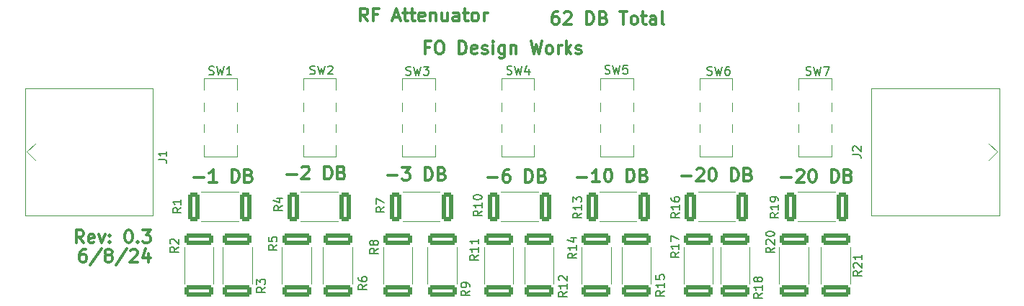
<source format=gto>
%TF.GenerationSoftware,KiCad,Pcbnew,7.0.10-7.0.10~ubuntu22.04.1*%
%TF.CreationDate,2024-06-08T07:05:10-07:00*%
%TF.ProjectId,rf_attenuator_r3,72665f61-7474-4656-9e75-61746f725f72,rev?*%
%TF.SameCoordinates,Original*%
%TF.FileFunction,Legend,Top*%
%TF.FilePolarity,Positive*%
%FSLAX46Y46*%
G04 Gerber Fmt 4.6, Leading zero omitted, Abs format (unit mm)*
G04 Created by KiCad (PCBNEW 7.0.10-7.0.10~ubuntu22.04.1) date 2024-06-08 07:05:10*
%MOMM*%
%LPD*%
G01*
G04 APERTURE LIST*
G04 Aperture macros list*
%AMRoundRect*
0 Rectangle with rounded corners*
0 $1 Rounding radius*
0 $2 $3 $4 $5 $6 $7 $8 $9 X,Y pos of 4 corners*
0 Add a 4 corners polygon primitive as box body*
4,1,4,$2,$3,$4,$5,$6,$7,$8,$9,$2,$3,0*
0 Add four circle primitives for the rounded corners*
1,1,$1+$1,$2,$3*
1,1,$1+$1,$4,$5*
1,1,$1+$1,$6,$7*
1,1,$1+$1,$8,$9*
0 Add four rect primitives between the rounded corners*
20,1,$1+$1,$2,$3,$4,$5,0*
20,1,$1+$1,$4,$5,$6,$7,0*
20,1,$1+$1,$6,$7,$8,$9,0*
20,1,$1+$1,$8,$9,$2,$3,0*%
G04 Aperture macros list end*
%ADD10C,0.300000*%
%ADD11C,0.150000*%
%ADD12C,0.120000*%
%ADD13RoundRect,0.249999X-0.450001X-1.425001X0.450001X-1.425001X0.450001X1.425001X-0.450001X1.425001X0*%
%ADD14R,2.500000X1.000000*%
%ADD15RoundRect,0.249999X-1.425001X0.450001X-1.425001X-0.450001X1.425001X-0.450001X1.425001X0.450001X0*%
%ADD16C,3.600000*%
%ADD17C,5.700000*%
%ADD18O,7.000000X3.500000*%
%ADD19O,2.500000X1.600000*%
G04 APERTURE END LIST*
D10*
X102129057Y-89616500D02*
X103271915Y-89616500D01*
X104771915Y-90187928D02*
X103914772Y-90187928D01*
X104343343Y-90187928D02*
X104343343Y-88687928D01*
X104343343Y-88687928D02*
X104200486Y-88902214D01*
X104200486Y-88902214D02*
X104057629Y-89045071D01*
X104057629Y-89045071D02*
X103914772Y-89116500D01*
X106557628Y-90187928D02*
X106557628Y-88687928D01*
X106557628Y-88687928D02*
X106914771Y-88687928D01*
X106914771Y-88687928D02*
X107129057Y-88759357D01*
X107129057Y-88759357D02*
X107271914Y-88902214D01*
X107271914Y-88902214D02*
X107343343Y-89045071D01*
X107343343Y-89045071D02*
X107414771Y-89330785D01*
X107414771Y-89330785D02*
X107414771Y-89545071D01*
X107414771Y-89545071D02*
X107343343Y-89830785D01*
X107343343Y-89830785D02*
X107271914Y-89973642D01*
X107271914Y-89973642D02*
X107129057Y-90116500D01*
X107129057Y-90116500D02*
X106914771Y-90187928D01*
X106914771Y-90187928D02*
X106557628Y-90187928D01*
X108557628Y-89402214D02*
X108771914Y-89473642D01*
X108771914Y-89473642D02*
X108843343Y-89545071D01*
X108843343Y-89545071D02*
X108914771Y-89687928D01*
X108914771Y-89687928D02*
X108914771Y-89902214D01*
X108914771Y-89902214D02*
X108843343Y-90045071D01*
X108843343Y-90045071D02*
X108771914Y-90116500D01*
X108771914Y-90116500D02*
X108629057Y-90187928D01*
X108629057Y-90187928D02*
X108057628Y-90187928D01*
X108057628Y-90187928D02*
X108057628Y-88687928D01*
X108057628Y-88687928D02*
X108557628Y-88687928D01*
X108557628Y-88687928D02*
X108700486Y-88759357D01*
X108700486Y-88759357D02*
X108771914Y-88830785D01*
X108771914Y-88830785D02*
X108843343Y-88973642D01*
X108843343Y-88973642D02*
X108843343Y-89116500D01*
X108843343Y-89116500D02*
X108771914Y-89259357D01*
X108771914Y-89259357D02*
X108700486Y-89330785D01*
X108700486Y-89330785D02*
X108557628Y-89402214D01*
X108557628Y-89402214D02*
X108057628Y-89402214D01*
X89360768Y-98097428D02*
X89075053Y-98097428D01*
X89075053Y-98097428D02*
X88932196Y-98168857D01*
X88932196Y-98168857D02*
X88860768Y-98240285D01*
X88860768Y-98240285D02*
X88717910Y-98454571D01*
X88717910Y-98454571D02*
X88646482Y-98740285D01*
X88646482Y-98740285D02*
X88646482Y-99311714D01*
X88646482Y-99311714D02*
X88717910Y-99454571D01*
X88717910Y-99454571D02*
X88789339Y-99526000D01*
X88789339Y-99526000D02*
X88932196Y-99597428D01*
X88932196Y-99597428D02*
X89217910Y-99597428D01*
X89217910Y-99597428D02*
X89360768Y-99526000D01*
X89360768Y-99526000D02*
X89432196Y-99454571D01*
X89432196Y-99454571D02*
X89503625Y-99311714D01*
X89503625Y-99311714D02*
X89503625Y-98954571D01*
X89503625Y-98954571D02*
X89432196Y-98811714D01*
X89432196Y-98811714D02*
X89360768Y-98740285D01*
X89360768Y-98740285D02*
X89217910Y-98668857D01*
X89217910Y-98668857D02*
X88932196Y-98668857D01*
X88932196Y-98668857D02*
X88789339Y-98740285D01*
X88789339Y-98740285D02*
X88717910Y-98811714D01*
X88717910Y-98811714D02*
X88646482Y-98954571D01*
X91217910Y-98026000D02*
X89932196Y-99954571D01*
X91932196Y-98740285D02*
X91789339Y-98668857D01*
X91789339Y-98668857D02*
X91717910Y-98597428D01*
X91717910Y-98597428D02*
X91646482Y-98454571D01*
X91646482Y-98454571D02*
X91646482Y-98383142D01*
X91646482Y-98383142D02*
X91717910Y-98240285D01*
X91717910Y-98240285D02*
X91789339Y-98168857D01*
X91789339Y-98168857D02*
X91932196Y-98097428D01*
X91932196Y-98097428D02*
X92217910Y-98097428D01*
X92217910Y-98097428D02*
X92360768Y-98168857D01*
X92360768Y-98168857D02*
X92432196Y-98240285D01*
X92432196Y-98240285D02*
X92503625Y-98383142D01*
X92503625Y-98383142D02*
X92503625Y-98454571D01*
X92503625Y-98454571D02*
X92432196Y-98597428D01*
X92432196Y-98597428D02*
X92360768Y-98668857D01*
X92360768Y-98668857D02*
X92217910Y-98740285D01*
X92217910Y-98740285D02*
X91932196Y-98740285D01*
X91932196Y-98740285D02*
X91789339Y-98811714D01*
X91789339Y-98811714D02*
X91717910Y-98883142D01*
X91717910Y-98883142D02*
X91646482Y-99026000D01*
X91646482Y-99026000D02*
X91646482Y-99311714D01*
X91646482Y-99311714D02*
X91717910Y-99454571D01*
X91717910Y-99454571D02*
X91789339Y-99526000D01*
X91789339Y-99526000D02*
X91932196Y-99597428D01*
X91932196Y-99597428D02*
X92217910Y-99597428D01*
X92217910Y-99597428D02*
X92360768Y-99526000D01*
X92360768Y-99526000D02*
X92432196Y-99454571D01*
X92432196Y-99454571D02*
X92503625Y-99311714D01*
X92503625Y-99311714D02*
X92503625Y-99026000D01*
X92503625Y-99026000D02*
X92432196Y-98883142D01*
X92432196Y-98883142D02*
X92360768Y-98811714D01*
X92360768Y-98811714D02*
X92217910Y-98740285D01*
X94217910Y-98026000D02*
X92932196Y-99954571D01*
X94646482Y-98240285D02*
X94717910Y-98168857D01*
X94717910Y-98168857D02*
X94860768Y-98097428D01*
X94860768Y-98097428D02*
X95217910Y-98097428D01*
X95217910Y-98097428D02*
X95360768Y-98168857D01*
X95360768Y-98168857D02*
X95432196Y-98240285D01*
X95432196Y-98240285D02*
X95503625Y-98383142D01*
X95503625Y-98383142D02*
X95503625Y-98526000D01*
X95503625Y-98526000D02*
X95432196Y-98740285D01*
X95432196Y-98740285D02*
X94575053Y-99597428D01*
X94575053Y-99597428D02*
X95503625Y-99597428D01*
X96789339Y-98597428D02*
X96789339Y-99597428D01*
X96432196Y-98026000D02*
X96075053Y-99097428D01*
X96075053Y-99097428D02*
X97003624Y-99097428D01*
X129761742Y-74289214D02*
X129261742Y-74289214D01*
X129261742Y-75074928D02*
X129261742Y-73574928D01*
X129261742Y-73574928D02*
X129976028Y-73574928D01*
X130833171Y-73574928D02*
X131118885Y-73574928D01*
X131118885Y-73574928D02*
X131261742Y-73646357D01*
X131261742Y-73646357D02*
X131404599Y-73789214D01*
X131404599Y-73789214D02*
X131476028Y-74074928D01*
X131476028Y-74074928D02*
X131476028Y-74574928D01*
X131476028Y-74574928D02*
X131404599Y-74860642D01*
X131404599Y-74860642D02*
X131261742Y-75003500D01*
X131261742Y-75003500D02*
X131118885Y-75074928D01*
X131118885Y-75074928D02*
X130833171Y-75074928D01*
X130833171Y-75074928D02*
X130690314Y-75003500D01*
X130690314Y-75003500D02*
X130547456Y-74860642D01*
X130547456Y-74860642D02*
X130476028Y-74574928D01*
X130476028Y-74574928D02*
X130476028Y-74074928D01*
X130476028Y-74074928D02*
X130547456Y-73789214D01*
X130547456Y-73789214D02*
X130690314Y-73646357D01*
X130690314Y-73646357D02*
X130833171Y-73574928D01*
X133261742Y-75074928D02*
X133261742Y-73574928D01*
X133261742Y-73574928D02*
X133618885Y-73574928D01*
X133618885Y-73574928D02*
X133833171Y-73646357D01*
X133833171Y-73646357D02*
X133976028Y-73789214D01*
X133976028Y-73789214D02*
X134047457Y-73932071D01*
X134047457Y-73932071D02*
X134118885Y-74217785D01*
X134118885Y-74217785D02*
X134118885Y-74432071D01*
X134118885Y-74432071D02*
X134047457Y-74717785D01*
X134047457Y-74717785D02*
X133976028Y-74860642D01*
X133976028Y-74860642D02*
X133833171Y-75003500D01*
X133833171Y-75003500D02*
X133618885Y-75074928D01*
X133618885Y-75074928D02*
X133261742Y-75074928D01*
X135333171Y-75003500D02*
X135190314Y-75074928D01*
X135190314Y-75074928D02*
X134904600Y-75074928D01*
X134904600Y-75074928D02*
X134761742Y-75003500D01*
X134761742Y-75003500D02*
X134690314Y-74860642D01*
X134690314Y-74860642D02*
X134690314Y-74289214D01*
X134690314Y-74289214D02*
X134761742Y-74146357D01*
X134761742Y-74146357D02*
X134904600Y-74074928D01*
X134904600Y-74074928D02*
X135190314Y-74074928D01*
X135190314Y-74074928D02*
X135333171Y-74146357D01*
X135333171Y-74146357D02*
X135404600Y-74289214D01*
X135404600Y-74289214D02*
X135404600Y-74432071D01*
X135404600Y-74432071D02*
X134690314Y-74574928D01*
X135976028Y-75003500D02*
X136118885Y-75074928D01*
X136118885Y-75074928D02*
X136404599Y-75074928D01*
X136404599Y-75074928D02*
X136547456Y-75003500D01*
X136547456Y-75003500D02*
X136618885Y-74860642D01*
X136618885Y-74860642D02*
X136618885Y-74789214D01*
X136618885Y-74789214D02*
X136547456Y-74646357D01*
X136547456Y-74646357D02*
X136404599Y-74574928D01*
X136404599Y-74574928D02*
X136190314Y-74574928D01*
X136190314Y-74574928D02*
X136047456Y-74503500D01*
X136047456Y-74503500D02*
X135976028Y-74360642D01*
X135976028Y-74360642D02*
X135976028Y-74289214D01*
X135976028Y-74289214D02*
X136047456Y-74146357D01*
X136047456Y-74146357D02*
X136190314Y-74074928D01*
X136190314Y-74074928D02*
X136404599Y-74074928D01*
X136404599Y-74074928D02*
X136547456Y-74146357D01*
X137261742Y-75074928D02*
X137261742Y-74074928D01*
X137261742Y-73574928D02*
X137190314Y-73646357D01*
X137190314Y-73646357D02*
X137261742Y-73717785D01*
X137261742Y-73717785D02*
X137333171Y-73646357D01*
X137333171Y-73646357D02*
X137261742Y-73574928D01*
X137261742Y-73574928D02*
X137261742Y-73717785D01*
X138618886Y-74074928D02*
X138618886Y-75289214D01*
X138618886Y-75289214D02*
X138547457Y-75432071D01*
X138547457Y-75432071D02*
X138476028Y-75503500D01*
X138476028Y-75503500D02*
X138333171Y-75574928D01*
X138333171Y-75574928D02*
X138118886Y-75574928D01*
X138118886Y-75574928D02*
X137976028Y-75503500D01*
X138618886Y-75003500D02*
X138476028Y-75074928D01*
X138476028Y-75074928D02*
X138190314Y-75074928D01*
X138190314Y-75074928D02*
X138047457Y-75003500D01*
X138047457Y-75003500D02*
X137976028Y-74932071D01*
X137976028Y-74932071D02*
X137904600Y-74789214D01*
X137904600Y-74789214D02*
X137904600Y-74360642D01*
X137904600Y-74360642D02*
X137976028Y-74217785D01*
X137976028Y-74217785D02*
X138047457Y-74146357D01*
X138047457Y-74146357D02*
X138190314Y-74074928D01*
X138190314Y-74074928D02*
X138476028Y-74074928D01*
X138476028Y-74074928D02*
X138618886Y-74146357D01*
X139333171Y-74074928D02*
X139333171Y-75074928D01*
X139333171Y-74217785D02*
X139404600Y-74146357D01*
X139404600Y-74146357D02*
X139547457Y-74074928D01*
X139547457Y-74074928D02*
X139761743Y-74074928D01*
X139761743Y-74074928D02*
X139904600Y-74146357D01*
X139904600Y-74146357D02*
X139976029Y-74289214D01*
X139976029Y-74289214D02*
X139976029Y-75074928D01*
X141690314Y-73574928D02*
X142047457Y-75074928D01*
X142047457Y-75074928D02*
X142333171Y-74003500D01*
X142333171Y-74003500D02*
X142618886Y-75074928D01*
X142618886Y-75074928D02*
X142976029Y-73574928D01*
X143761743Y-75074928D02*
X143618886Y-75003500D01*
X143618886Y-75003500D02*
X143547457Y-74932071D01*
X143547457Y-74932071D02*
X143476029Y-74789214D01*
X143476029Y-74789214D02*
X143476029Y-74360642D01*
X143476029Y-74360642D02*
X143547457Y-74217785D01*
X143547457Y-74217785D02*
X143618886Y-74146357D01*
X143618886Y-74146357D02*
X143761743Y-74074928D01*
X143761743Y-74074928D02*
X143976029Y-74074928D01*
X143976029Y-74074928D02*
X144118886Y-74146357D01*
X144118886Y-74146357D02*
X144190315Y-74217785D01*
X144190315Y-74217785D02*
X144261743Y-74360642D01*
X144261743Y-74360642D02*
X144261743Y-74789214D01*
X144261743Y-74789214D02*
X144190315Y-74932071D01*
X144190315Y-74932071D02*
X144118886Y-75003500D01*
X144118886Y-75003500D02*
X143976029Y-75074928D01*
X143976029Y-75074928D02*
X143761743Y-75074928D01*
X144904600Y-75074928D02*
X144904600Y-74074928D01*
X144904600Y-74360642D02*
X144976029Y-74217785D01*
X144976029Y-74217785D02*
X145047458Y-74146357D01*
X145047458Y-74146357D02*
X145190315Y-74074928D01*
X145190315Y-74074928D02*
X145333172Y-74074928D01*
X145833171Y-75074928D02*
X145833171Y-73574928D01*
X145976029Y-74503500D02*
X146404600Y-75074928D01*
X146404600Y-74074928D02*
X145833171Y-74646357D01*
X146976029Y-75003500D02*
X147118886Y-75074928D01*
X147118886Y-75074928D02*
X147404600Y-75074928D01*
X147404600Y-75074928D02*
X147547457Y-75003500D01*
X147547457Y-75003500D02*
X147618886Y-74860642D01*
X147618886Y-74860642D02*
X147618886Y-74789214D01*
X147618886Y-74789214D02*
X147547457Y-74646357D01*
X147547457Y-74646357D02*
X147404600Y-74574928D01*
X147404600Y-74574928D02*
X147190315Y-74574928D01*
X147190315Y-74574928D02*
X147047457Y-74503500D01*
X147047457Y-74503500D02*
X146976029Y-74360642D01*
X146976029Y-74360642D02*
X146976029Y-74289214D01*
X146976029Y-74289214D02*
X147047457Y-74146357D01*
X147047457Y-74146357D02*
X147190315Y-74074928D01*
X147190315Y-74074928D02*
X147404600Y-74074928D01*
X147404600Y-74074928D02*
X147547457Y-74146357D01*
X171137771Y-89616500D02*
X172280629Y-89616500D01*
X172923486Y-88830785D02*
X172994914Y-88759357D01*
X172994914Y-88759357D02*
X173137772Y-88687928D01*
X173137772Y-88687928D02*
X173494914Y-88687928D01*
X173494914Y-88687928D02*
X173637772Y-88759357D01*
X173637772Y-88759357D02*
X173709200Y-88830785D01*
X173709200Y-88830785D02*
X173780629Y-88973642D01*
X173780629Y-88973642D02*
X173780629Y-89116500D01*
X173780629Y-89116500D02*
X173709200Y-89330785D01*
X173709200Y-89330785D02*
X172852057Y-90187928D01*
X172852057Y-90187928D02*
X173780629Y-90187928D01*
X174709200Y-88687928D02*
X174852057Y-88687928D01*
X174852057Y-88687928D02*
X174994914Y-88759357D01*
X174994914Y-88759357D02*
X175066343Y-88830785D01*
X175066343Y-88830785D02*
X175137771Y-88973642D01*
X175137771Y-88973642D02*
X175209200Y-89259357D01*
X175209200Y-89259357D02*
X175209200Y-89616500D01*
X175209200Y-89616500D02*
X175137771Y-89902214D01*
X175137771Y-89902214D02*
X175066343Y-90045071D01*
X175066343Y-90045071D02*
X174994914Y-90116500D01*
X174994914Y-90116500D02*
X174852057Y-90187928D01*
X174852057Y-90187928D02*
X174709200Y-90187928D01*
X174709200Y-90187928D02*
X174566343Y-90116500D01*
X174566343Y-90116500D02*
X174494914Y-90045071D01*
X174494914Y-90045071D02*
X174423485Y-89902214D01*
X174423485Y-89902214D02*
X174352057Y-89616500D01*
X174352057Y-89616500D02*
X174352057Y-89259357D01*
X174352057Y-89259357D02*
X174423485Y-88973642D01*
X174423485Y-88973642D02*
X174494914Y-88830785D01*
X174494914Y-88830785D02*
X174566343Y-88759357D01*
X174566343Y-88759357D02*
X174709200Y-88687928D01*
X176994913Y-90187928D02*
X176994913Y-88687928D01*
X176994913Y-88687928D02*
X177352056Y-88687928D01*
X177352056Y-88687928D02*
X177566342Y-88759357D01*
X177566342Y-88759357D02*
X177709199Y-88902214D01*
X177709199Y-88902214D02*
X177780628Y-89045071D01*
X177780628Y-89045071D02*
X177852056Y-89330785D01*
X177852056Y-89330785D02*
X177852056Y-89545071D01*
X177852056Y-89545071D02*
X177780628Y-89830785D01*
X177780628Y-89830785D02*
X177709199Y-89973642D01*
X177709199Y-89973642D02*
X177566342Y-90116500D01*
X177566342Y-90116500D02*
X177352056Y-90187928D01*
X177352056Y-90187928D02*
X176994913Y-90187928D01*
X178994913Y-89402214D02*
X179209199Y-89473642D01*
X179209199Y-89473642D02*
X179280628Y-89545071D01*
X179280628Y-89545071D02*
X179352056Y-89687928D01*
X179352056Y-89687928D02*
X179352056Y-89902214D01*
X179352056Y-89902214D02*
X179280628Y-90045071D01*
X179280628Y-90045071D02*
X179209199Y-90116500D01*
X179209199Y-90116500D02*
X179066342Y-90187928D01*
X179066342Y-90187928D02*
X178494913Y-90187928D01*
X178494913Y-90187928D02*
X178494913Y-88687928D01*
X178494913Y-88687928D02*
X178994913Y-88687928D01*
X178994913Y-88687928D02*
X179137771Y-88759357D01*
X179137771Y-88759357D02*
X179209199Y-88830785D01*
X179209199Y-88830785D02*
X179280628Y-88973642D01*
X179280628Y-88973642D02*
X179280628Y-89116500D01*
X179280628Y-89116500D02*
X179209199Y-89259357D01*
X179209199Y-89259357D02*
X179137771Y-89330785D01*
X179137771Y-89330785D02*
X178994913Y-89402214D01*
X178994913Y-89402214D02*
X178494913Y-89402214D01*
X159377571Y-89489500D02*
X160520429Y-89489500D01*
X161163286Y-88703785D02*
X161234714Y-88632357D01*
X161234714Y-88632357D02*
X161377572Y-88560928D01*
X161377572Y-88560928D02*
X161734714Y-88560928D01*
X161734714Y-88560928D02*
X161877572Y-88632357D01*
X161877572Y-88632357D02*
X161949000Y-88703785D01*
X161949000Y-88703785D02*
X162020429Y-88846642D01*
X162020429Y-88846642D02*
X162020429Y-88989500D01*
X162020429Y-88989500D02*
X161949000Y-89203785D01*
X161949000Y-89203785D02*
X161091857Y-90060928D01*
X161091857Y-90060928D02*
X162020429Y-90060928D01*
X162949000Y-88560928D02*
X163091857Y-88560928D01*
X163091857Y-88560928D02*
X163234714Y-88632357D01*
X163234714Y-88632357D02*
X163306143Y-88703785D01*
X163306143Y-88703785D02*
X163377571Y-88846642D01*
X163377571Y-88846642D02*
X163449000Y-89132357D01*
X163449000Y-89132357D02*
X163449000Y-89489500D01*
X163449000Y-89489500D02*
X163377571Y-89775214D01*
X163377571Y-89775214D02*
X163306143Y-89918071D01*
X163306143Y-89918071D02*
X163234714Y-89989500D01*
X163234714Y-89989500D02*
X163091857Y-90060928D01*
X163091857Y-90060928D02*
X162949000Y-90060928D01*
X162949000Y-90060928D02*
X162806143Y-89989500D01*
X162806143Y-89989500D02*
X162734714Y-89918071D01*
X162734714Y-89918071D02*
X162663285Y-89775214D01*
X162663285Y-89775214D02*
X162591857Y-89489500D01*
X162591857Y-89489500D02*
X162591857Y-89132357D01*
X162591857Y-89132357D02*
X162663285Y-88846642D01*
X162663285Y-88846642D02*
X162734714Y-88703785D01*
X162734714Y-88703785D02*
X162806143Y-88632357D01*
X162806143Y-88632357D02*
X162949000Y-88560928D01*
X165234713Y-90060928D02*
X165234713Y-88560928D01*
X165234713Y-88560928D02*
X165591856Y-88560928D01*
X165591856Y-88560928D02*
X165806142Y-88632357D01*
X165806142Y-88632357D02*
X165948999Y-88775214D01*
X165948999Y-88775214D02*
X166020428Y-88918071D01*
X166020428Y-88918071D02*
X166091856Y-89203785D01*
X166091856Y-89203785D02*
X166091856Y-89418071D01*
X166091856Y-89418071D02*
X166020428Y-89703785D01*
X166020428Y-89703785D02*
X165948999Y-89846642D01*
X165948999Y-89846642D02*
X165806142Y-89989500D01*
X165806142Y-89989500D02*
X165591856Y-90060928D01*
X165591856Y-90060928D02*
X165234713Y-90060928D01*
X167234713Y-89275214D02*
X167448999Y-89346642D01*
X167448999Y-89346642D02*
X167520428Y-89418071D01*
X167520428Y-89418071D02*
X167591856Y-89560928D01*
X167591856Y-89560928D02*
X167591856Y-89775214D01*
X167591856Y-89775214D02*
X167520428Y-89918071D01*
X167520428Y-89918071D02*
X167448999Y-89989500D01*
X167448999Y-89989500D02*
X167306142Y-90060928D01*
X167306142Y-90060928D02*
X166734713Y-90060928D01*
X166734713Y-90060928D02*
X166734713Y-88560928D01*
X166734713Y-88560928D02*
X167234713Y-88560928D01*
X167234713Y-88560928D02*
X167377571Y-88632357D01*
X167377571Y-88632357D02*
X167448999Y-88703785D01*
X167448999Y-88703785D02*
X167520428Y-88846642D01*
X167520428Y-88846642D02*
X167520428Y-88989500D01*
X167520428Y-88989500D02*
X167448999Y-89132357D01*
X167448999Y-89132357D02*
X167377571Y-89203785D01*
X167377571Y-89203785D02*
X167234713Y-89275214D01*
X167234713Y-89275214D02*
X166734713Y-89275214D01*
X124836657Y-89413300D02*
X125979515Y-89413300D01*
X126550943Y-88484728D02*
X127479515Y-88484728D01*
X127479515Y-88484728D02*
X126979515Y-89056157D01*
X126979515Y-89056157D02*
X127193800Y-89056157D01*
X127193800Y-89056157D02*
X127336658Y-89127585D01*
X127336658Y-89127585D02*
X127408086Y-89199014D01*
X127408086Y-89199014D02*
X127479515Y-89341871D01*
X127479515Y-89341871D02*
X127479515Y-89699014D01*
X127479515Y-89699014D02*
X127408086Y-89841871D01*
X127408086Y-89841871D02*
X127336658Y-89913300D01*
X127336658Y-89913300D02*
X127193800Y-89984728D01*
X127193800Y-89984728D02*
X126765229Y-89984728D01*
X126765229Y-89984728D02*
X126622372Y-89913300D01*
X126622372Y-89913300D02*
X126550943Y-89841871D01*
X129265228Y-89984728D02*
X129265228Y-88484728D01*
X129265228Y-88484728D02*
X129622371Y-88484728D01*
X129622371Y-88484728D02*
X129836657Y-88556157D01*
X129836657Y-88556157D02*
X129979514Y-88699014D01*
X129979514Y-88699014D02*
X130050943Y-88841871D01*
X130050943Y-88841871D02*
X130122371Y-89127585D01*
X130122371Y-89127585D02*
X130122371Y-89341871D01*
X130122371Y-89341871D02*
X130050943Y-89627585D01*
X130050943Y-89627585D02*
X129979514Y-89770442D01*
X129979514Y-89770442D02*
X129836657Y-89913300D01*
X129836657Y-89913300D02*
X129622371Y-89984728D01*
X129622371Y-89984728D02*
X129265228Y-89984728D01*
X131265228Y-89199014D02*
X131479514Y-89270442D01*
X131479514Y-89270442D02*
X131550943Y-89341871D01*
X131550943Y-89341871D02*
X131622371Y-89484728D01*
X131622371Y-89484728D02*
X131622371Y-89699014D01*
X131622371Y-89699014D02*
X131550943Y-89841871D01*
X131550943Y-89841871D02*
X131479514Y-89913300D01*
X131479514Y-89913300D02*
X131336657Y-89984728D01*
X131336657Y-89984728D02*
X130765228Y-89984728D01*
X130765228Y-89984728D02*
X130765228Y-88484728D01*
X130765228Y-88484728D02*
X131265228Y-88484728D01*
X131265228Y-88484728D02*
X131408086Y-88556157D01*
X131408086Y-88556157D02*
X131479514Y-88627585D01*
X131479514Y-88627585D02*
X131550943Y-88770442D01*
X131550943Y-88770442D02*
X131550943Y-88913300D01*
X131550943Y-88913300D02*
X131479514Y-89056157D01*
X131479514Y-89056157D02*
X131408086Y-89127585D01*
X131408086Y-89127585D02*
X131265228Y-89199014D01*
X131265228Y-89199014D02*
X130765228Y-89199014D01*
X136622257Y-89641900D02*
X137765115Y-89641900D01*
X139122258Y-88713328D02*
X138836543Y-88713328D01*
X138836543Y-88713328D02*
X138693686Y-88784757D01*
X138693686Y-88784757D02*
X138622258Y-88856185D01*
X138622258Y-88856185D02*
X138479400Y-89070471D01*
X138479400Y-89070471D02*
X138407972Y-89356185D01*
X138407972Y-89356185D02*
X138407972Y-89927614D01*
X138407972Y-89927614D02*
X138479400Y-90070471D01*
X138479400Y-90070471D02*
X138550829Y-90141900D01*
X138550829Y-90141900D02*
X138693686Y-90213328D01*
X138693686Y-90213328D02*
X138979400Y-90213328D01*
X138979400Y-90213328D02*
X139122258Y-90141900D01*
X139122258Y-90141900D02*
X139193686Y-90070471D01*
X139193686Y-90070471D02*
X139265115Y-89927614D01*
X139265115Y-89927614D02*
X139265115Y-89570471D01*
X139265115Y-89570471D02*
X139193686Y-89427614D01*
X139193686Y-89427614D02*
X139122258Y-89356185D01*
X139122258Y-89356185D02*
X138979400Y-89284757D01*
X138979400Y-89284757D02*
X138693686Y-89284757D01*
X138693686Y-89284757D02*
X138550829Y-89356185D01*
X138550829Y-89356185D02*
X138479400Y-89427614D01*
X138479400Y-89427614D02*
X138407972Y-89570471D01*
X141050828Y-90213328D02*
X141050828Y-88713328D01*
X141050828Y-88713328D02*
X141407971Y-88713328D01*
X141407971Y-88713328D02*
X141622257Y-88784757D01*
X141622257Y-88784757D02*
X141765114Y-88927614D01*
X141765114Y-88927614D02*
X141836543Y-89070471D01*
X141836543Y-89070471D02*
X141907971Y-89356185D01*
X141907971Y-89356185D02*
X141907971Y-89570471D01*
X141907971Y-89570471D02*
X141836543Y-89856185D01*
X141836543Y-89856185D02*
X141765114Y-89999042D01*
X141765114Y-89999042D02*
X141622257Y-90141900D01*
X141622257Y-90141900D02*
X141407971Y-90213328D01*
X141407971Y-90213328D02*
X141050828Y-90213328D01*
X143050828Y-89427614D02*
X143265114Y-89499042D01*
X143265114Y-89499042D02*
X143336543Y-89570471D01*
X143336543Y-89570471D02*
X143407971Y-89713328D01*
X143407971Y-89713328D02*
X143407971Y-89927614D01*
X143407971Y-89927614D02*
X143336543Y-90070471D01*
X143336543Y-90070471D02*
X143265114Y-90141900D01*
X143265114Y-90141900D02*
X143122257Y-90213328D01*
X143122257Y-90213328D02*
X142550828Y-90213328D01*
X142550828Y-90213328D02*
X142550828Y-88713328D01*
X142550828Y-88713328D02*
X143050828Y-88713328D01*
X143050828Y-88713328D02*
X143193686Y-88784757D01*
X143193686Y-88784757D02*
X143265114Y-88856185D01*
X143265114Y-88856185D02*
X143336543Y-88999042D01*
X143336543Y-88999042D02*
X143336543Y-89141900D01*
X143336543Y-89141900D02*
X143265114Y-89284757D01*
X143265114Y-89284757D02*
X143193686Y-89356185D01*
X143193686Y-89356185D02*
X143050828Y-89427614D01*
X143050828Y-89427614D02*
X142550828Y-89427614D01*
X89144114Y-97350728D02*
X88644114Y-96636442D01*
X88286971Y-97350728D02*
X88286971Y-95850728D01*
X88286971Y-95850728D02*
X88858400Y-95850728D01*
X88858400Y-95850728D02*
X89001257Y-95922157D01*
X89001257Y-95922157D02*
X89072686Y-95993585D01*
X89072686Y-95993585D02*
X89144114Y-96136442D01*
X89144114Y-96136442D02*
X89144114Y-96350728D01*
X89144114Y-96350728D02*
X89072686Y-96493585D01*
X89072686Y-96493585D02*
X89001257Y-96565014D01*
X89001257Y-96565014D02*
X88858400Y-96636442D01*
X88858400Y-96636442D02*
X88286971Y-96636442D01*
X90358400Y-97279300D02*
X90215543Y-97350728D01*
X90215543Y-97350728D02*
X89929829Y-97350728D01*
X89929829Y-97350728D02*
X89786971Y-97279300D01*
X89786971Y-97279300D02*
X89715543Y-97136442D01*
X89715543Y-97136442D02*
X89715543Y-96565014D01*
X89715543Y-96565014D02*
X89786971Y-96422157D01*
X89786971Y-96422157D02*
X89929829Y-96350728D01*
X89929829Y-96350728D02*
X90215543Y-96350728D01*
X90215543Y-96350728D02*
X90358400Y-96422157D01*
X90358400Y-96422157D02*
X90429829Y-96565014D01*
X90429829Y-96565014D02*
X90429829Y-96707871D01*
X90429829Y-96707871D02*
X89715543Y-96850728D01*
X90929828Y-96350728D02*
X91286971Y-97350728D01*
X91286971Y-97350728D02*
X91644114Y-96350728D01*
X92215542Y-97207871D02*
X92286971Y-97279300D01*
X92286971Y-97279300D02*
X92215542Y-97350728D01*
X92215542Y-97350728D02*
X92144114Y-97279300D01*
X92144114Y-97279300D02*
X92215542Y-97207871D01*
X92215542Y-97207871D02*
X92215542Y-97350728D01*
X92215542Y-96422157D02*
X92286971Y-96493585D01*
X92286971Y-96493585D02*
X92215542Y-96565014D01*
X92215542Y-96565014D02*
X92144114Y-96493585D01*
X92144114Y-96493585D02*
X92215542Y-96422157D01*
X92215542Y-96422157D02*
X92215542Y-96565014D01*
X94358400Y-95850728D02*
X94501257Y-95850728D01*
X94501257Y-95850728D02*
X94644114Y-95922157D01*
X94644114Y-95922157D02*
X94715543Y-95993585D01*
X94715543Y-95993585D02*
X94786971Y-96136442D01*
X94786971Y-96136442D02*
X94858400Y-96422157D01*
X94858400Y-96422157D02*
X94858400Y-96779300D01*
X94858400Y-96779300D02*
X94786971Y-97065014D01*
X94786971Y-97065014D02*
X94715543Y-97207871D01*
X94715543Y-97207871D02*
X94644114Y-97279300D01*
X94644114Y-97279300D02*
X94501257Y-97350728D01*
X94501257Y-97350728D02*
X94358400Y-97350728D01*
X94358400Y-97350728D02*
X94215543Y-97279300D01*
X94215543Y-97279300D02*
X94144114Y-97207871D01*
X94144114Y-97207871D02*
X94072685Y-97065014D01*
X94072685Y-97065014D02*
X94001257Y-96779300D01*
X94001257Y-96779300D02*
X94001257Y-96422157D01*
X94001257Y-96422157D02*
X94072685Y-96136442D01*
X94072685Y-96136442D02*
X94144114Y-95993585D01*
X94144114Y-95993585D02*
X94215543Y-95922157D01*
X94215543Y-95922157D02*
X94358400Y-95850728D01*
X95501256Y-97207871D02*
X95572685Y-97279300D01*
X95572685Y-97279300D02*
X95501256Y-97350728D01*
X95501256Y-97350728D02*
X95429828Y-97279300D01*
X95429828Y-97279300D02*
X95501256Y-97207871D01*
X95501256Y-97207871D02*
X95501256Y-97350728D01*
X96072685Y-95850728D02*
X97001257Y-95850728D01*
X97001257Y-95850728D02*
X96501257Y-96422157D01*
X96501257Y-96422157D02*
X96715542Y-96422157D01*
X96715542Y-96422157D02*
X96858400Y-96493585D01*
X96858400Y-96493585D02*
X96929828Y-96565014D01*
X96929828Y-96565014D02*
X97001257Y-96707871D01*
X97001257Y-96707871D02*
X97001257Y-97065014D01*
X97001257Y-97065014D02*
X96929828Y-97207871D01*
X96929828Y-97207871D02*
X96858400Y-97279300D01*
X96858400Y-97279300D02*
X96715542Y-97350728D01*
X96715542Y-97350728D02*
X96286971Y-97350728D01*
X96286971Y-97350728D02*
X96144114Y-97279300D01*
X96144114Y-97279300D02*
X96072685Y-97207871D01*
X113025657Y-89260900D02*
X114168515Y-89260900D01*
X114811372Y-88475185D02*
X114882800Y-88403757D01*
X114882800Y-88403757D02*
X115025658Y-88332328D01*
X115025658Y-88332328D02*
X115382800Y-88332328D01*
X115382800Y-88332328D02*
X115525658Y-88403757D01*
X115525658Y-88403757D02*
X115597086Y-88475185D01*
X115597086Y-88475185D02*
X115668515Y-88618042D01*
X115668515Y-88618042D02*
X115668515Y-88760900D01*
X115668515Y-88760900D02*
X115597086Y-88975185D01*
X115597086Y-88975185D02*
X114739943Y-89832328D01*
X114739943Y-89832328D02*
X115668515Y-89832328D01*
X117454228Y-89832328D02*
X117454228Y-88332328D01*
X117454228Y-88332328D02*
X117811371Y-88332328D01*
X117811371Y-88332328D02*
X118025657Y-88403757D01*
X118025657Y-88403757D02*
X118168514Y-88546614D01*
X118168514Y-88546614D02*
X118239943Y-88689471D01*
X118239943Y-88689471D02*
X118311371Y-88975185D01*
X118311371Y-88975185D02*
X118311371Y-89189471D01*
X118311371Y-89189471D02*
X118239943Y-89475185D01*
X118239943Y-89475185D02*
X118168514Y-89618042D01*
X118168514Y-89618042D02*
X118025657Y-89760900D01*
X118025657Y-89760900D02*
X117811371Y-89832328D01*
X117811371Y-89832328D02*
X117454228Y-89832328D01*
X119454228Y-89046614D02*
X119668514Y-89118042D01*
X119668514Y-89118042D02*
X119739943Y-89189471D01*
X119739943Y-89189471D02*
X119811371Y-89332328D01*
X119811371Y-89332328D02*
X119811371Y-89546614D01*
X119811371Y-89546614D02*
X119739943Y-89689471D01*
X119739943Y-89689471D02*
X119668514Y-89760900D01*
X119668514Y-89760900D02*
X119525657Y-89832328D01*
X119525657Y-89832328D02*
X118954228Y-89832328D01*
X118954228Y-89832328D02*
X118954228Y-88332328D01*
X118954228Y-88332328D02*
X119454228Y-88332328D01*
X119454228Y-88332328D02*
X119597086Y-88403757D01*
X119597086Y-88403757D02*
X119668514Y-88475185D01*
X119668514Y-88475185D02*
X119739943Y-88618042D01*
X119739943Y-88618042D02*
X119739943Y-88760900D01*
X119739943Y-88760900D02*
X119668514Y-88903757D01*
X119668514Y-88903757D02*
X119597086Y-88975185D01*
X119597086Y-88975185D02*
X119454228Y-89046614D01*
X119454228Y-89046614D02*
X118954228Y-89046614D01*
X122532000Y-71214128D02*
X122032000Y-70499842D01*
X121674857Y-71214128D02*
X121674857Y-69714128D01*
X121674857Y-69714128D02*
X122246286Y-69714128D01*
X122246286Y-69714128D02*
X122389143Y-69785557D01*
X122389143Y-69785557D02*
X122460572Y-69856985D01*
X122460572Y-69856985D02*
X122532000Y-69999842D01*
X122532000Y-69999842D02*
X122532000Y-70214128D01*
X122532000Y-70214128D02*
X122460572Y-70356985D01*
X122460572Y-70356985D02*
X122389143Y-70428414D01*
X122389143Y-70428414D02*
X122246286Y-70499842D01*
X122246286Y-70499842D02*
X121674857Y-70499842D01*
X123674857Y-70428414D02*
X123174857Y-70428414D01*
X123174857Y-71214128D02*
X123174857Y-69714128D01*
X123174857Y-69714128D02*
X123889143Y-69714128D01*
X125532000Y-70785557D02*
X126246286Y-70785557D01*
X125389143Y-71214128D02*
X125889143Y-69714128D01*
X125889143Y-69714128D02*
X126389143Y-71214128D01*
X126674857Y-70214128D02*
X127246285Y-70214128D01*
X126889142Y-69714128D02*
X126889142Y-70999842D01*
X126889142Y-70999842D02*
X126960571Y-71142700D01*
X126960571Y-71142700D02*
X127103428Y-71214128D01*
X127103428Y-71214128D02*
X127246285Y-71214128D01*
X127532000Y-70214128D02*
X128103428Y-70214128D01*
X127746285Y-69714128D02*
X127746285Y-70999842D01*
X127746285Y-70999842D02*
X127817714Y-71142700D01*
X127817714Y-71142700D02*
X127960571Y-71214128D01*
X127960571Y-71214128D02*
X128103428Y-71214128D01*
X129174857Y-71142700D02*
X129032000Y-71214128D01*
X129032000Y-71214128D02*
X128746286Y-71214128D01*
X128746286Y-71214128D02*
X128603428Y-71142700D01*
X128603428Y-71142700D02*
X128532000Y-70999842D01*
X128532000Y-70999842D02*
X128532000Y-70428414D01*
X128532000Y-70428414D02*
X128603428Y-70285557D01*
X128603428Y-70285557D02*
X128746286Y-70214128D01*
X128746286Y-70214128D02*
X129032000Y-70214128D01*
X129032000Y-70214128D02*
X129174857Y-70285557D01*
X129174857Y-70285557D02*
X129246286Y-70428414D01*
X129246286Y-70428414D02*
X129246286Y-70571271D01*
X129246286Y-70571271D02*
X128532000Y-70714128D01*
X129889142Y-70214128D02*
X129889142Y-71214128D01*
X129889142Y-70356985D02*
X129960571Y-70285557D01*
X129960571Y-70285557D02*
X130103428Y-70214128D01*
X130103428Y-70214128D02*
X130317714Y-70214128D01*
X130317714Y-70214128D02*
X130460571Y-70285557D01*
X130460571Y-70285557D02*
X130532000Y-70428414D01*
X130532000Y-70428414D02*
X130532000Y-71214128D01*
X131889143Y-70214128D02*
X131889143Y-71214128D01*
X131246285Y-70214128D02*
X131246285Y-70999842D01*
X131246285Y-70999842D02*
X131317714Y-71142700D01*
X131317714Y-71142700D02*
X131460571Y-71214128D01*
X131460571Y-71214128D02*
X131674857Y-71214128D01*
X131674857Y-71214128D02*
X131817714Y-71142700D01*
X131817714Y-71142700D02*
X131889143Y-71071271D01*
X133246286Y-71214128D02*
X133246286Y-70428414D01*
X133246286Y-70428414D02*
X133174857Y-70285557D01*
X133174857Y-70285557D02*
X133032000Y-70214128D01*
X133032000Y-70214128D02*
X132746286Y-70214128D01*
X132746286Y-70214128D02*
X132603428Y-70285557D01*
X133246286Y-71142700D02*
X133103428Y-71214128D01*
X133103428Y-71214128D02*
X132746286Y-71214128D01*
X132746286Y-71214128D02*
X132603428Y-71142700D01*
X132603428Y-71142700D02*
X132532000Y-70999842D01*
X132532000Y-70999842D02*
X132532000Y-70856985D01*
X132532000Y-70856985D02*
X132603428Y-70714128D01*
X132603428Y-70714128D02*
X132746286Y-70642700D01*
X132746286Y-70642700D02*
X133103428Y-70642700D01*
X133103428Y-70642700D02*
X133246286Y-70571271D01*
X133746286Y-70214128D02*
X134317714Y-70214128D01*
X133960571Y-69714128D02*
X133960571Y-70999842D01*
X133960571Y-70999842D02*
X134032000Y-71142700D01*
X134032000Y-71142700D02*
X134174857Y-71214128D01*
X134174857Y-71214128D02*
X134317714Y-71214128D01*
X135032000Y-71214128D02*
X134889143Y-71142700D01*
X134889143Y-71142700D02*
X134817714Y-71071271D01*
X134817714Y-71071271D02*
X134746286Y-70928414D01*
X134746286Y-70928414D02*
X134746286Y-70499842D01*
X134746286Y-70499842D02*
X134817714Y-70356985D01*
X134817714Y-70356985D02*
X134889143Y-70285557D01*
X134889143Y-70285557D02*
X135032000Y-70214128D01*
X135032000Y-70214128D02*
X135246286Y-70214128D01*
X135246286Y-70214128D02*
X135389143Y-70285557D01*
X135389143Y-70285557D02*
X135460572Y-70356985D01*
X135460572Y-70356985D02*
X135532000Y-70499842D01*
X135532000Y-70499842D02*
X135532000Y-70928414D01*
X135532000Y-70928414D02*
X135460572Y-71071271D01*
X135460572Y-71071271D02*
X135389143Y-71142700D01*
X135389143Y-71142700D02*
X135246286Y-71214128D01*
X135246286Y-71214128D02*
X135032000Y-71214128D01*
X136174857Y-71214128D02*
X136174857Y-70214128D01*
X136174857Y-70499842D02*
X136246286Y-70356985D01*
X136246286Y-70356985D02*
X136317715Y-70285557D01*
X136317715Y-70285557D02*
X136460572Y-70214128D01*
X136460572Y-70214128D02*
X136603429Y-70214128D01*
X144876772Y-70095128D02*
X144591057Y-70095128D01*
X144591057Y-70095128D02*
X144448200Y-70166557D01*
X144448200Y-70166557D02*
X144376772Y-70237985D01*
X144376772Y-70237985D02*
X144233914Y-70452271D01*
X144233914Y-70452271D02*
X144162486Y-70737985D01*
X144162486Y-70737985D02*
X144162486Y-71309414D01*
X144162486Y-71309414D02*
X144233914Y-71452271D01*
X144233914Y-71452271D02*
X144305343Y-71523700D01*
X144305343Y-71523700D02*
X144448200Y-71595128D01*
X144448200Y-71595128D02*
X144733914Y-71595128D01*
X144733914Y-71595128D02*
X144876772Y-71523700D01*
X144876772Y-71523700D02*
X144948200Y-71452271D01*
X144948200Y-71452271D02*
X145019629Y-71309414D01*
X145019629Y-71309414D02*
X145019629Y-70952271D01*
X145019629Y-70952271D02*
X144948200Y-70809414D01*
X144948200Y-70809414D02*
X144876772Y-70737985D01*
X144876772Y-70737985D02*
X144733914Y-70666557D01*
X144733914Y-70666557D02*
X144448200Y-70666557D01*
X144448200Y-70666557D02*
X144305343Y-70737985D01*
X144305343Y-70737985D02*
X144233914Y-70809414D01*
X144233914Y-70809414D02*
X144162486Y-70952271D01*
X145591057Y-70237985D02*
X145662485Y-70166557D01*
X145662485Y-70166557D02*
X145805343Y-70095128D01*
X145805343Y-70095128D02*
X146162485Y-70095128D01*
X146162485Y-70095128D02*
X146305343Y-70166557D01*
X146305343Y-70166557D02*
X146376771Y-70237985D01*
X146376771Y-70237985D02*
X146448200Y-70380842D01*
X146448200Y-70380842D02*
X146448200Y-70523700D01*
X146448200Y-70523700D02*
X146376771Y-70737985D01*
X146376771Y-70737985D02*
X145519628Y-71595128D01*
X145519628Y-71595128D02*
X146448200Y-71595128D01*
X148233913Y-71595128D02*
X148233913Y-70095128D01*
X148233913Y-70095128D02*
X148591056Y-70095128D01*
X148591056Y-70095128D02*
X148805342Y-70166557D01*
X148805342Y-70166557D02*
X148948199Y-70309414D01*
X148948199Y-70309414D02*
X149019628Y-70452271D01*
X149019628Y-70452271D02*
X149091056Y-70737985D01*
X149091056Y-70737985D02*
X149091056Y-70952271D01*
X149091056Y-70952271D02*
X149019628Y-71237985D01*
X149019628Y-71237985D02*
X148948199Y-71380842D01*
X148948199Y-71380842D02*
X148805342Y-71523700D01*
X148805342Y-71523700D02*
X148591056Y-71595128D01*
X148591056Y-71595128D02*
X148233913Y-71595128D01*
X150233913Y-70809414D02*
X150448199Y-70880842D01*
X150448199Y-70880842D02*
X150519628Y-70952271D01*
X150519628Y-70952271D02*
X150591056Y-71095128D01*
X150591056Y-71095128D02*
X150591056Y-71309414D01*
X150591056Y-71309414D02*
X150519628Y-71452271D01*
X150519628Y-71452271D02*
X150448199Y-71523700D01*
X150448199Y-71523700D02*
X150305342Y-71595128D01*
X150305342Y-71595128D02*
X149733913Y-71595128D01*
X149733913Y-71595128D02*
X149733913Y-70095128D01*
X149733913Y-70095128D02*
X150233913Y-70095128D01*
X150233913Y-70095128D02*
X150376771Y-70166557D01*
X150376771Y-70166557D02*
X150448199Y-70237985D01*
X150448199Y-70237985D02*
X150519628Y-70380842D01*
X150519628Y-70380842D02*
X150519628Y-70523700D01*
X150519628Y-70523700D02*
X150448199Y-70666557D01*
X150448199Y-70666557D02*
X150376771Y-70737985D01*
X150376771Y-70737985D02*
X150233913Y-70809414D01*
X150233913Y-70809414D02*
X149733913Y-70809414D01*
X152162485Y-70095128D02*
X153019628Y-70095128D01*
X152591056Y-71595128D02*
X152591056Y-70095128D01*
X153733913Y-71595128D02*
X153591056Y-71523700D01*
X153591056Y-71523700D02*
X153519627Y-71452271D01*
X153519627Y-71452271D02*
X153448199Y-71309414D01*
X153448199Y-71309414D02*
X153448199Y-70880842D01*
X153448199Y-70880842D02*
X153519627Y-70737985D01*
X153519627Y-70737985D02*
X153591056Y-70666557D01*
X153591056Y-70666557D02*
X153733913Y-70595128D01*
X153733913Y-70595128D02*
X153948199Y-70595128D01*
X153948199Y-70595128D02*
X154091056Y-70666557D01*
X154091056Y-70666557D02*
X154162485Y-70737985D01*
X154162485Y-70737985D02*
X154233913Y-70880842D01*
X154233913Y-70880842D02*
X154233913Y-71309414D01*
X154233913Y-71309414D02*
X154162485Y-71452271D01*
X154162485Y-71452271D02*
X154091056Y-71523700D01*
X154091056Y-71523700D02*
X153948199Y-71595128D01*
X153948199Y-71595128D02*
X153733913Y-71595128D01*
X154662485Y-70595128D02*
X155233913Y-70595128D01*
X154876770Y-70095128D02*
X154876770Y-71380842D01*
X154876770Y-71380842D02*
X154948199Y-71523700D01*
X154948199Y-71523700D02*
X155091056Y-71595128D01*
X155091056Y-71595128D02*
X155233913Y-71595128D01*
X156376771Y-71595128D02*
X156376771Y-70809414D01*
X156376771Y-70809414D02*
X156305342Y-70666557D01*
X156305342Y-70666557D02*
X156162485Y-70595128D01*
X156162485Y-70595128D02*
X155876771Y-70595128D01*
X155876771Y-70595128D02*
X155733913Y-70666557D01*
X156376771Y-71523700D02*
X156233913Y-71595128D01*
X156233913Y-71595128D02*
X155876771Y-71595128D01*
X155876771Y-71595128D02*
X155733913Y-71523700D01*
X155733913Y-71523700D02*
X155662485Y-71380842D01*
X155662485Y-71380842D02*
X155662485Y-71237985D01*
X155662485Y-71237985D02*
X155733913Y-71095128D01*
X155733913Y-71095128D02*
X155876771Y-71023700D01*
X155876771Y-71023700D02*
X156233913Y-71023700D01*
X156233913Y-71023700D02*
X156376771Y-70952271D01*
X157305342Y-71595128D02*
X157162485Y-71523700D01*
X157162485Y-71523700D02*
X157091056Y-71380842D01*
X157091056Y-71380842D02*
X157091056Y-70095128D01*
X147134771Y-89591100D02*
X148277629Y-89591100D01*
X149777629Y-90162528D02*
X148920486Y-90162528D01*
X149349057Y-90162528D02*
X149349057Y-88662528D01*
X149349057Y-88662528D02*
X149206200Y-88876814D01*
X149206200Y-88876814D02*
X149063343Y-89019671D01*
X149063343Y-89019671D02*
X148920486Y-89091100D01*
X150706200Y-88662528D02*
X150849057Y-88662528D01*
X150849057Y-88662528D02*
X150991914Y-88733957D01*
X150991914Y-88733957D02*
X151063343Y-88805385D01*
X151063343Y-88805385D02*
X151134771Y-88948242D01*
X151134771Y-88948242D02*
X151206200Y-89233957D01*
X151206200Y-89233957D02*
X151206200Y-89591100D01*
X151206200Y-89591100D02*
X151134771Y-89876814D01*
X151134771Y-89876814D02*
X151063343Y-90019671D01*
X151063343Y-90019671D02*
X150991914Y-90091100D01*
X150991914Y-90091100D02*
X150849057Y-90162528D01*
X150849057Y-90162528D02*
X150706200Y-90162528D01*
X150706200Y-90162528D02*
X150563343Y-90091100D01*
X150563343Y-90091100D02*
X150491914Y-90019671D01*
X150491914Y-90019671D02*
X150420485Y-89876814D01*
X150420485Y-89876814D02*
X150349057Y-89591100D01*
X150349057Y-89591100D02*
X150349057Y-89233957D01*
X150349057Y-89233957D02*
X150420485Y-88948242D01*
X150420485Y-88948242D02*
X150491914Y-88805385D01*
X150491914Y-88805385D02*
X150563343Y-88733957D01*
X150563343Y-88733957D02*
X150706200Y-88662528D01*
X152991913Y-90162528D02*
X152991913Y-88662528D01*
X152991913Y-88662528D02*
X153349056Y-88662528D01*
X153349056Y-88662528D02*
X153563342Y-88733957D01*
X153563342Y-88733957D02*
X153706199Y-88876814D01*
X153706199Y-88876814D02*
X153777628Y-89019671D01*
X153777628Y-89019671D02*
X153849056Y-89305385D01*
X153849056Y-89305385D02*
X153849056Y-89519671D01*
X153849056Y-89519671D02*
X153777628Y-89805385D01*
X153777628Y-89805385D02*
X153706199Y-89948242D01*
X153706199Y-89948242D02*
X153563342Y-90091100D01*
X153563342Y-90091100D02*
X153349056Y-90162528D01*
X153349056Y-90162528D02*
X152991913Y-90162528D01*
X154991913Y-89376814D02*
X155206199Y-89448242D01*
X155206199Y-89448242D02*
X155277628Y-89519671D01*
X155277628Y-89519671D02*
X155349056Y-89662528D01*
X155349056Y-89662528D02*
X155349056Y-89876814D01*
X155349056Y-89876814D02*
X155277628Y-90019671D01*
X155277628Y-90019671D02*
X155206199Y-90091100D01*
X155206199Y-90091100D02*
X155063342Y-90162528D01*
X155063342Y-90162528D02*
X154491913Y-90162528D01*
X154491913Y-90162528D02*
X154491913Y-88662528D01*
X154491913Y-88662528D02*
X154991913Y-88662528D01*
X154991913Y-88662528D02*
X155134771Y-88733957D01*
X155134771Y-88733957D02*
X155206199Y-88805385D01*
X155206199Y-88805385D02*
X155277628Y-88948242D01*
X155277628Y-88948242D02*
X155277628Y-89091100D01*
X155277628Y-89091100D02*
X155206199Y-89233957D01*
X155206199Y-89233957D02*
X155134771Y-89305385D01*
X155134771Y-89305385D02*
X154991913Y-89376814D01*
X154991913Y-89376814D02*
X154491913Y-89376814D01*
D11*
X135938419Y-93579457D02*
X135462228Y-93912790D01*
X135938419Y-94150885D02*
X134938419Y-94150885D01*
X134938419Y-94150885D02*
X134938419Y-93769933D01*
X134938419Y-93769933D02*
X134986038Y-93674695D01*
X134986038Y-93674695D02*
X135033657Y-93627076D01*
X135033657Y-93627076D02*
X135128895Y-93579457D01*
X135128895Y-93579457D02*
X135271752Y-93579457D01*
X135271752Y-93579457D02*
X135366990Y-93627076D01*
X135366990Y-93627076D02*
X135414609Y-93674695D01*
X135414609Y-93674695D02*
X135462228Y-93769933D01*
X135462228Y-93769933D02*
X135462228Y-94150885D01*
X135938419Y-92627076D02*
X135938419Y-93198504D01*
X135938419Y-92912790D02*
X134938419Y-92912790D01*
X134938419Y-92912790D02*
X135081276Y-93008028D01*
X135081276Y-93008028D02*
X135176514Y-93103266D01*
X135176514Y-93103266D02*
X135224133Y-93198504D01*
X134938419Y-92008028D02*
X134938419Y-91912790D01*
X134938419Y-91912790D02*
X134986038Y-91817552D01*
X134986038Y-91817552D02*
X135033657Y-91769933D01*
X135033657Y-91769933D02*
X135128895Y-91722314D01*
X135128895Y-91722314D02*
X135319371Y-91674695D01*
X135319371Y-91674695D02*
X135557466Y-91674695D01*
X135557466Y-91674695D02*
X135747942Y-91722314D01*
X135747942Y-91722314D02*
X135843180Y-91769933D01*
X135843180Y-91769933D02*
X135890800Y-91817552D01*
X135890800Y-91817552D02*
X135938419Y-91912790D01*
X135938419Y-91912790D02*
X135938419Y-92008028D01*
X135938419Y-92008028D02*
X135890800Y-92103266D01*
X135890800Y-92103266D02*
X135843180Y-92150885D01*
X135843180Y-92150885D02*
X135747942Y-92198504D01*
X135747942Y-92198504D02*
X135557466Y-92246123D01*
X135557466Y-92246123D02*
X135319371Y-92246123D01*
X135319371Y-92246123D02*
X135128895Y-92198504D01*
X135128895Y-92198504D02*
X135033657Y-92150885D01*
X135033657Y-92150885D02*
X134986038Y-92103266D01*
X134986038Y-92103266D02*
X134938419Y-92008028D01*
X174028266Y-77521600D02*
X174171123Y-77569219D01*
X174171123Y-77569219D02*
X174409218Y-77569219D01*
X174409218Y-77569219D02*
X174504456Y-77521600D01*
X174504456Y-77521600D02*
X174552075Y-77473980D01*
X174552075Y-77473980D02*
X174599694Y-77378742D01*
X174599694Y-77378742D02*
X174599694Y-77283504D01*
X174599694Y-77283504D02*
X174552075Y-77188266D01*
X174552075Y-77188266D02*
X174504456Y-77140647D01*
X174504456Y-77140647D02*
X174409218Y-77093028D01*
X174409218Y-77093028D02*
X174218742Y-77045409D01*
X174218742Y-77045409D02*
X174123504Y-76997790D01*
X174123504Y-76997790D02*
X174075885Y-76950171D01*
X174075885Y-76950171D02*
X174028266Y-76854933D01*
X174028266Y-76854933D02*
X174028266Y-76759695D01*
X174028266Y-76759695D02*
X174075885Y-76664457D01*
X174075885Y-76664457D02*
X174123504Y-76616838D01*
X174123504Y-76616838D02*
X174218742Y-76569219D01*
X174218742Y-76569219D02*
X174456837Y-76569219D01*
X174456837Y-76569219D02*
X174599694Y-76616838D01*
X174933028Y-76569219D02*
X175171123Y-77569219D01*
X175171123Y-77569219D02*
X175361599Y-76854933D01*
X175361599Y-76854933D02*
X175552075Y-77569219D01*
X175552075Y-77569219D02*
X175790171Y-76569219D01*
X176075885Y-76569219D02*
X176742551Y-76569219D01*
X176742551Y-76569219D02*
X176313980Y-77569219D01*
X103870314Y-77485400D02*
X104013171Y-77533019D01*
X104013171Y-77533019D02*
X104251266Y-77533019D01*
X104251266Y-77533019D02*
X104346504Y-77485400D01*
X104346504Y-77485400D02*
X104394123Y-77437780D01*
X104394123Y-77437780D02*
X104441742Y-77342542D01*
X104441742Y-77342542D02*
X104441742Y-77247304D01*
X104441742Y-77247304D02*
X104394123Y-77152066D01*
X104394123Y-77152066D02*
X104346504Y-77104447D01*
X104346504Y-77104447D02*
X104251266Y-77056828D01*
X104251266Y-77056828D02*
X104060790Y-77009209D01*
X104060790Y-77009209D02*
X103965552Y-76961590D01*
X103965552Y-76961590D02*
X103917933Y-76913971D01*
X103917933Y-76913971D02*
X103870314Y-76818733D01*
X103870314Y-76818733D02*
X103870314Y-76723495D01*
X103870314Y-76723495D02*
X103917933Y-76628257D01*
X103917933Y-76628257D02*
X103965552Y-76580638D01*
X103965552Y-76580638D02*
X104060790Y-76533019D01*
X104060790Y-76533019D02*
X104298885Y-76533019D01*
X104298885Y-76533019D02*
X104441742Y-76580638D01*
X104775076Y-76533019D02*
X105013171Y-77533019D01*
X105013171Y-77533019D02*
X105203647Y-76818733D01*
X105203647Y-76818733D02*
X105394123Y-77533019D01*
X105394123Y-77533019D02*
X105632219Y-76533019D01*
X106536980Y-77533019D02*
X105965552Y-77533019D01*
X106251266Y-77533019D02*
X106251266Y-76533019D01*
X106251266Y-76533019D02*
X106156028Y-76675876D01*
X106156028Y-76675876D02*
X106060790Y-76771114D01*
X106060790Y-76771114D02*
X105965552Y-76818733D01*
X170787219Y-93808057D02*
X170311028Y-94141390D01*
X170787219Y-94379485D02*
X169787219Y-94379485D01*
X169787219Y-94379485D02*
X169787219Y-93998533D01*
X169787219Y-93998533D02*
X169834838Y-93903295D01*
X169834838Y-93903295D02*
X169882457Y-93855676D01*
X169882457Y-93855676D02*
X169977695Y-93808057D01*
X169977695Y-93808057D02*
X170120552Y-93808057D01*
X170120552Y-93808057D02*
X170215790Y-93855676D01*
X170215790Y-93855676D02*
X170263409Y-93903295D01*
X170263409Y-93903295D02*
X170311028Y-93998533D01*
X170311028Y-93998533D02*
X170311028Y-94379485D01*
X170787219Y-92855676D02*
X170787219Y-93427104D01*
X170787219Y-93141390D02*
X169787219Y-93141390D01*
X169787219Y-93141390D02*
X169930076Y-93236628D01*
X169930076Y-93236628D02*
X170025314Y-93331866D01*
X170025314Y-93331866D02*
X170072933Y-93427104D01*
X170787219Y-92379485D02*
X170787219Y-92189009D01*
X170787219Y-92189009D02*
X170739600Y-92093771D01*
X170739600Y-92093771D02*
X170691980Y-92046152D01*
X170691980Y-92046152D02*
X170549123Y-91950914D01*
X170549123Y-91950914D02*
X170358647Y-91903295D01*
X170358647Y-91903295D02*
X169977695Y-91903295D01*
X169977695Y-91903295D02*
X169882457Y-91950914D01*
X169882457Y-91950914D02*
X169834838Y-91998533D01*
X169834838Y-91998533D02*
X169787219Y-92093771D01*
X169787219Y-92093771D02*
X169787219Y-92284247D01*
X169787219Y-92284247D02*
X169834838Y-92379485D01*
X169834838Y-92379485D02*
X169882457Y-92427104D01*
X169882457Y-92427104D02*
X169977695Y-92474723D01*
X169977695Y-92474723D02*
X170215790Y-92474723D01*
X170215790Y-92474723D02*
X170311028Y-92427104D01*
X170311028Y-92427104D02*
X170358647Y-92379485D01*
X170358647Y-92379485D02*
X170406266Y-92284247D01*
X170406266Y-92284247D02*
X170406266Y-92093771D01*
X170406266Y-92093771D02*
X170358647Y-91998533D01*
X170358647Y-91998533D02*
X170311028Y-91950914D01*
X170311028Y-91950914D02*
X170215790Y-91903295D01*
X124483019Y-93128666D02*
X124006828Y-93461999D01*
X124483019Y-93700094D02*
X123483019Y-93700094D01*
X123483019Y-93700094D02*
X123483019Y-93319142D01*
X123483019Y-93319142D02*
X123530638Y-93223904D01*
X123530638Y-93223904D02*
X123578257Y-93176285D01*
X123578257Y-93176285D02*
X123673495Y-93128666D01*
X123673495Y-93128666D02*
X123816352Y-93128666D01*
X123816352Y-93128666D02*
X123911590Y-93176285D01*
X123911590Y-93176285D02*
X123959209Y-93223904D01*
X123959209Y-93223904D02*
X124006828Y-93319142D01*
X124006828Y-93319142D02*
X124006828Y-93700094D01*
X123483019Y-92795332D02*
X123483019Y-92128666D01*
X123483019Y-92128666D02*
X124483019Y-92557237D01*
X134490619Y-102983866D02*
X134014428Y-103317199D01*
X134490619Y-103555294D02*
X133490619Y-103555294D01*
X133490619Y-103555294D02*
X133490619Y-103174342D01*
X133490619Y-103174342D02*
X133538238Y-103079104D01*
X133538238Y-103079104D02*
X133585857Y-103031485D01*
X133585857Y-103031485D02*
X133681095Y-102983866D01*
X133681095Y-102983866D02*
X133823952Y-102983866D01*
X133823952Y-102983866D02*
X133919190Y-103031485D01*
X133919190Y-103031485D02*
X133966809Y-103079104D01*
X133966809Y-103079104D02*
X134014428Y-103174342D01*
X134014428Y-103174342D02*
X134014428Y-103555294D01*
X134490619Y-102507675D02*
X134490619Y-102317199D01*
X134490619Y-102317199D02*
X134443000Y-102221961D01*
X134443000Y-102221961D02*
X134395380Y-102174342D01*
X134395380Y-102174342D02*
X134252523Y-102079104D01*
X134252523Y-102079104D02*
X134062047Y-102031485D01*
X134062047Y-102031485D02*
X133681095Y-102031485D01*
X133681095Y-102031485D02*
X133585857Y-102079104D01*
X133585857Y-102079104D02*
X133538238Y-102126723D01*
X133538238Y-102126723D02*
X133490619Y-102221961D01*
X133490619Y-102221961D02*
X133490619Y-102412437D01*
X133490619Y-102412437D02*
X133538238Y-102507675D01*
X133538238Y-102507675D02*
X133585857Y-102555294D01*
X133585857Y-102555294D02*
X133681095Y-102602913D01*
X133681095Y-102602913D02*
X133919190Y-102602913D01*
X133919190Y-102602913D02*
X134014428Y-102555294D01*
X134014428Y-102555294D02*
X134062047Y-102507675D01*
X134062047Y-102507675D02*
X134109666Y-102412437D01*
X134109666Y-102412437D02*
X134109666Y-102221961D01*
X134109666Y-102221961D02*
X134062047Y-102126723D01*
X134062047Y-102126723D02*
X134014428Y-102079104D01*
X134014428Y-102079104D02*
X133919190Y-102031485D01*
X147038219Y-98583257D02*
X146562028Y-98916590D01*
X147038219Y-99154685D02*
X146038219Y-99154685D01*
X146038219Y-99154685D02*
X146038219Y-98773733D01*
X146038219Y-98773733D02*
X146085838Y-98678495D01*
X146085838Y-98678495D02*
X146133457Y-98630876D01*
X146133457Y-98630876D02*
X146228695Y-98583257D01*
X146228695Y-98583257D02*
X146371552Y-98583257D01*
X146371552Y-98583257D02*
X146466790Y-98630876D01*
X146466790Y-98630876D02*
X146514409Y-98678495D01*
X146514409Y-98678495D02*
X146562028Y-98773733D01*
X146562028Y-98773733D02*
X146562028Y-99154685D01*
X147038219Y-97630876D02*
X147038219Y-98202304D01*
X147038219Y-97916590D02*
X146038219Y-97916590D01*
X146038219Y-97916590D02*
X146181076Y-98011828D01*
X146181076Y-98011828D02*
X146276314Y-98107066D01*
X146276314Y-98107066D02*
X146323933Y-98202304D01*
X146371552Y-96773733D02*
X147038219Y-96773733D01*
X145990600Y-97011828D02*
X146704885Y-97249923D01*
X146704885Y-97249923D02*
X146704885Y-96630876D01*
X159147361Y-93808057D02*
X158671170Y-94141390D01*
X159147361Y-94379485D02*
X158147361Y-94379485D01*
X158147361Y-94379485D02*
X158147361Y-93998533D01*
X158147361Y-93998533D02*
X158194980Y-93903295D01*
X158194980Y-93903295D02*
X158242599Y-93855676D01*
X158242599Y-93855676D02*
X158337837Y-93808057D01*
X158337837Y-93808057D02*
X158480694Y-93808057D01*
X158480694Y-93808057D02*
X158575932Y-93855676D01*
X158575932Y-93855676D02*
X158623551Y-93903295D01*
X158623551Y-93903295D02*
X158671170Y-93998533D01*
X158671170Y-93998533D02*
X158671170Y-94379485D01*
X159147361Y-92855676D02*
X159147361Y-93427104D01*
X159147361Y-93141390D02*
X158147361Y-93141390D01*
X158147361Y-93141390D02*
X158290218Y-93236628D01*
X158290218Y-93236628D02*
X158385456Y-93331866D01*
X158385456Y-93331866D02*
X158433075Y-93427104D01*
X158147361Y-91998533D02*
X158147361Y-92189009D01*
X158147361Y-92189009D02*
X158194980Y-92284247D01*
X158194980Y-92284247D02*
X158242599Y-92331866D01*
X158242599Y-92331866D02*
X158385456Y-92427104D01*
X158385456Y-92427104D02*
X158575932Y-92474723D01*
X158575932Y-92474723D02*
X158956884Y-92474723D01*
X158956884Y-92474723D02*
X159052122Y-92427104D01*
X159052122Y-92427104D02*
X159099742Y-92379485D01*
X159099742Y-92379485D02*
X159147361Y-92284247D01*
X159147361Y-92284247D02*
X159147361Y-92093771D01*
X159147361Y-92093771D02*
X159099742Y-91998533D01*
X159099742Y-91998533D02*
X159052122Y-91950914D01*
X159052122Y-91950914D02*
X158956884Y-91903295D01*
X158956884Y-91903295D02*
X158718789Y-91903295D01*
X158718789Y-91903295D02*
X158623551Y-91950914D01*
X158623551Y-91950914D02*
X158575932Y-91998533D01*
X158575932Y-91998533D02*
X158528313Y-92093771D01*
X158528313Y-92093771D02*
X158528313Y-92284247D01*
X158528313Y-92284247D02*
X158575932Y-92379485D01*
X158575932Y-92379485D02*
X158623551Y-92427104D01*
X158623551Y-92427104D02*
X158718789Y-92474723D01*
X127021004Y-77521600D02*
X127163861Y-77569219D01*
X127163861Y-77569219D02*
X127401956Y-77569219D01*
X127401956Y-77569219D02*
X127497194Y-77521600D01*
X127497194Y-77521600D02*
X127544813Y-77473980D01*
X127544813Y-77473980D02*
X127592432Y-77378742D01*
X127592432Y-77378742D02*
X127592432Y-77283504D01*
X127592432Y-77283504D02*
X127544813Y-77188266D01*
X127544813Y-77188266D02*
X127497194Y-77140647D01*
X127497194Y-77140647D02*
X127401956Y-77093028D01*
X127401956Y-77093028D02*
X127211480Y-77045409D01*
X127211480Y-77045409D02*
X127116242Y-76997790D01*
X127116242Y-76997790D02*
X127068623Y-76950171D01*
X127068623Y-76950171D02*
X127021004Y-76854933D01*
X127021004Y-76854933D02*
X127021004Y-76759695D01*
X127021004Y-76759695D02*
X127068623Y-76664457D01*
X127068623Y-76664457D02*
X127116242Y-76616838D01*
X127116242Y-76616838D02*
X127211480Y-76569219D01*
X127211480Y-76569219D02*
X127449575Y-76569219D01*
X127449575Y-76569219D02*
X127592432Y-76616838D01*
X127925766Y-76569219D02*
X128163861Y-77569219D01*
X128163861Y-77569219D02*
X128354337Y-76854933D01*
X128354337Y-76854933D02*
X128544813Y-77569219D01*
X128544813Y-77569219D02*
X128782909Y-76569219D01*
X129068623Y-76569219D02*
X129687670Y-76569219D01*
X129687670Y-76569219D02*
X129354337Y-76950171D01*
X129354337Y-76950171D02*
X129497194Y-76950171D01*
X129497194Y-76950171D02*
X129592432Y-76997790D01*
X129592432Y-76997790D02*
X129640051Y-77045409D01*
X129640051Y-77045409D02*
X129687670Y-77140647D01*
X129687670Y-77140647D02*
X129687670Y-77378742D01*
X129687670Y-77378742D02*
X129640051Y-77473980D01*
X129640051Y-77473980D02*
X129592432Y-77521600D01*
X129592432Y-77521600D02*
X129497194Y-77569219D01*
X129497194Y-77569219D02*
X129211480Y-77569219D01*
X129211480Y-77569219D02*
X129116242Y-77521600D01*
X129116242Y-77521600D02*
X129068623Y-77473980D01*
X147647819Y-93833457D02*
X147171628Y-94166790D01*
X147647819Y-94404885D02*
X146647819Y-94404885D01*
X146647819Y-94404885D02*
X146647819Y-94023933D01*
X146647819Y-94023933D02*
X146695438Y-93928695D01*
X146695438Y-93928695D02*
X146743057Y-93881076D01*
X146743057Y-93881076D02*
X146838295Y-93833457D01*
X146838295Y-93833457D02*
X146981152Y-93833457D01*
X146981152Y-93833457D02*
X147076390Y-93881076D01*
X147076390Y-93881076D02*
X147124009Y-93928695D01*
X147124009Y-93928695D02*
X147171628Y-94023933D01*
X147171628Y-94023933D02*
X147171628Y-94404885D01*
X147647819Y-92881076D02*
X147647819Y-93452504D01*
X147647819Y-93166790D02*
X146647819Y-93166790D01*
X146647819Y-93166790D02*
X146790676Y-93262028D01*
X146790676Y-93262028D02*
X146885914Y-93357266D01*
X146885914Y-93357266D02*
X146933533Y-93452504D01*
X146647819Y-92547742D02*
X146647819Y-91928695D01*
X146647819Y-91928695D02*
X147028771Y-92262028D01*
X147028771Y-92262028D02*
X147028771Y-92119171D01*
X147028771Y-92119171D02*
X147076390Y-92023933D01*
X147076390Y-92023933D02*
X147124009Y-91976314D01*
X147124009Y-91976314D02*
X147219247Y-91928695D01*
X147219247Y-91928695D02*
X147457342Y-91928695D01*
X147457342Y-91928695D02*
X147552580Y-91976314D01*
X147552580Y-91976314D02*
X147600200Y-92023933D01*
X147600200Y-92023933D02*
X147647819Y-92119171D01*
X147647819Y-92119171D02*
X147647819Y-92404885D01*
X147647819Y-92404885D02*
X147600200Y-92500123D01*
X147600200Y-92500123D02*
X147552580Y-92547742D01*
X97917419Y-87556933D02*
X98631704Y-87556933D01*
X98631704Y-87556933D02*
X98774561Y-87604552D01*
X98774561Y-87604552D02*
X98869800Y-87699790D01*
X98869800Y-87699790D02*
X98917419Y-87842647D01*
X98917419Y-87842647D02*
X98917419Y-87937885D01*
X98917419Y-86556933D02*
X98917419Y-87128361D01*
X98917419Y-86842647D02*
X97917419Y-86842647D01*
X97917419Y-86842647D02*
X98060276Y-86937885D01*
X98060276Y-86937885D02*
X98155514Y-87033123D01*
X98155514Y-87033123D02*
X98203133Y-87128361D01*
X157376019Y-103002857D02*
X156899828Y-103336190D01*
X157376019Y-103574285D02*
X156376019Y-103574285D01*
X156376019Y-103574285D02*
X156376019Y-103193333D01*
X156376019Y-103193333D02*
X156423638Y-103098095D01*
X156423638Y-103098095D02*
X156471257Y-103050476D01*
X156471257Y-103050476D02*
X156566495Y-103002857D01*
X156566495Y-103002857D02*
X156709352Y-103002857D01*
X156709352Y-103002857D02*
X156804590Y-103050476D01*
X156804590Y-103050476D02*
X156852209Y-103098095D01*
X156852209Y-103098095D02*
X156899828Y-103193333D01*
X156899828Y-103193333D02*
X156899828Y-103574285D01*
X157376019Y-102050476D02*
X157376019Y-102621904D01*
X157376019Y-102336190D02*
X156376019Y-102336190D01*
X156376019Y-102336190D02*
X156518876Y-102431428D01*
X156518876Y-102431428D02*
X156614114Y-102526666D01*
X156614114Y-102526666D02*
X156661733Y-102621904D01*
X156376019Y-101145714D02*
X156376019Y-101621904D01*
X156376019Y-101621904D02*
X156852209Y-101669523D01*
X156852209Y-101669523D02*
X156804590Y-101621904D01*
X156804590Y-101621904D02*
X156756971Y-101526666D01*
X156756971Y-101526666D02*
X156756971Y-101288571D01*
X156756971Y-101288571D02*
X156804590Y-101193333D01*
X156804590Y-101193333D02*
X156852209Y-101145714D01*
X156852209Y-101145714D02*
X156947447Y-101098095D01*
X156947447Y-101098095D02*
X157185542Y-101098095D01*
X157185542Y-101098095D02*
X157280780Y-101145714D01*
X157280780Y-101145714D02*
X157328400Y-101193333D01*
X157328400Y-101193333D02*
X157376019Y-101288571D01*
X157376019Y-101288571D02*
X157376019Y-101526666D01*
X157376019Y-101526666D02*
X157328400Y-101621904D01*
X157328400Y-101621904D02*
X157280780Y-101669523D01*
X138893469Y-77445400D02*
X139036326Y-77493019D01*
X139036326Y-77493019D02*
X139274421Y-77493019D01*
X139274421Y-77493019D02*
X139369659Y-77445400D01*
X139369659Y-77445400D02*
X139417278Y-77397780D01*
X139417278Y-77397780D02*
X139464897Y-77302542D01*
X139464897Y-77302542D02*
X139464897Y-77207304D01*
X139464897Y-77207304D02*
X139417278Y-77112066D01*
X139417278Y-77112066D02*
X139369659Y-77064447D01*
X139369659Y-77064447D02*
X139274421Y-77016828D01*
X139274421Y-77016828D02*
X139083945Y-76969209D01*
X139083945Y-76969209D02*
X138988707Y-76921590D01*
X138988707Y-76921590D02*
X138941088Y-76873971D01*
X138941088Y-76873971D02*
X138893469Y-76778733D01*
X138893469Y-76778733D02*
X138893469Y-76683495D01*
X138893469Y-76683495D02*
X138941088Y-76588257D01*
X138941088Y-76588257D02*
X138988707Y-76540638D01*
X138988707Y-76540638D02*
X139083945Y-76493019D01*
X139083945Y-76493019D02*
X139322040Y-76493019D01*
X139322040Y-76493019D02*
X139464897Y-76540638D01*
X139798231Y-76493019D02*
X140036326Y-77493019D01*
X140036326Y-77493019D02*
X140226802Y-76778733D01*
X140226802Y-76778733D02*
X140417278Y-77493019D01*
X140417278Y-77493019D02*
X140655374Y-76493019D01*
X141464897Y-76826352D02*
X141464897Y-77493019D01*
X141226802Y-76445400D02*
X140988707Y-77159685D01*
X140988707Y-77159685D02*
X141607754Y-77159685D01*
X180570019Y-100640657D02*
X180093828Y-100973990D01*
X180570019Y-101212085D02*
X179570019Y-101212085D01*
X179570019Y-101212085D02*
X179570019Y-100831133D01*
X179570019Y-100831133D02*
X179617638Y-100735895D01*
X179617638Y-100735895D02*
X179665257Y-100688276D01*
X179665257Y-100688276D02*
X179760495Y-100640657D01*
X179760495Y-100640657D02*
X179903352Y-100640657D01*
X179903352Y-100640657D02*
X179998590Y-100688276D01*
X179998590Y-100688276D02*
X180046209Y-100735895D01*
X180046209Y-100735895D02*
X180093828Y-100831133D01*
X180093828Y-100831133D02*
X180093828Y-101212085D01*
X179665257Y-100259704D02*
X179617638Y-100212085D01*
X179617638Y-100212085D02*
X179570019Y-100116847D01*
X179570019Y-100116847D02*
X179570019Y-99878752D01*
X179570019Y-99878752D02*
X179617638Y-99783514D01*
X179617638Y-99783514D02*
X179665257Y-99735895D01*
X179665257Y-99735895D02*
X179760495Y-99688276D01*
X179760495Y-99688276D02*
X179855733Y-99688276D01*
X179855733Y-99688276D02*
X179998590Y-99735895D01*
X179998590Y-99735895D02*
X180570019Y-100307323D01*
X180570019Y-100307323D02*
X180570019Y-99688276D01*
X180570019Y-98735895D02*
X180570019Y-99307323D01*
X180570019Y-99021609D02*
X179570019Y-99021609D01*
X179570019Y-99021609D02*
X179712876Y-99116847D01*
X179712876Y-99116847D02*
X179808114Y-99212085D01*
X179808114Y-99212085D02*
X179855733Y-99307323D01*
X179477819Y-86947333D02*
X180192104Y-86947333D01*
X180192104Y-86947333D02*
X180334961Y-86994952D01*
X180334961Y-86994952D02*
X180430200Y-87090190D01*
X180430200Y-87090190D02*
X180477819Y-87233047D01*
X180477819Y-87233047D02*
X180477819Y-87328285D01*
X179573057Y-86518761D02*
X179525438Y-86471142D01*
X179525438Y-86471142D02*
X179477819Y-86375904D01*
X179477819Y-86375904D02*
X179477819Y-86137809D01*
X179477819Y-86137809D02*
X179525438Y-86042571D01*
X179525438Y-86042571D02*
X179573057Y-85994952D01*
X179573057Y-85994952D02*
X179668295Y-85947333D01*
X179668295Y-85947333D02*
X179763533Y-85947333D01*
X179763533Y-85947333D02*
X179906390Y-85994952D01*
X179906390Y-85994952D02*
X180477819Y-86566380D01*
X180477819Y-86566380D02*
X180477819Y-85947333D01*
X162409799Y-77521600D02*
X162552656Y-77569219D01*
X162552656Y-77569219D02*
X162790751Y-77569219D01*
X162790751Y-77569219D02*
X162885989Y-77521600D01*
X162885989Y-77521600D02*
X162933608Y-77473980D01*
X162933608Y-77473980D02*
X162981227Y-77378742D01*
X162981227Y-77378742D02*
X162981227Y-77283504D01*
X162981227Y-77283504D02*
X162933608Y-77188266D01*
X162933608Y-77188266D02*
X162885989Y-77140647D01*
X162885989Y-77140647D02*
X162790751Y-77093028D01*
X162790751Y-77093028D02*
X162600275Y-77045409D01*
X162600275Y-77045409D02*
X162505037Y-76997790D01*
X162505037Y-76997790D02*
X162457418Y-76950171D01*
X162457418Y-76950171D02*
X162409799Y-76854933D01*
X162409799Y-76854933D02*
X162409799Y-76759695D01*
X162409799Y-76759695D02*
X162457418Y-76664457D01*
X162457418Y-76664457D02*
X162505037Y-76616838D01*
X162505037Y-76616838D02*
X162600275Y-76569219D01*
X162600275Y-76569219D02*
X162838370Y-76569219D01*
X162838370Y-76569219D02*
X162981227Y-76616838D01*
X163314561Y-76569219D02*
X163552656Y-77569219D01*
X163552656Y-77569219D02*
X163743132Y-76854933D01*
X163743132Y-76854933D02*
X163933608Y-77569219D01*
X163933608Y-77569219D02*
X164171704Y-76569219D01*
X164981227Y-76569219D02*
X164790751Y-76569219D01*
X164790751Y-76569219D02*
X164695513Y-76616838D01*
X164695513Y-76616838D02*
X164647894Y-76664457D01*
X164647894Y-76664457D02*
X164552656Y-76807314D01*
X164552656Y-76807314D02*
X164505037Y-76997790D01*
X164505037Y-76997790D02*
X164505037Y-77378742D01*
X164505037Y-77378742D02*
X164552656Y-77473980D01*
X164552656Y-77473980D02*
X164600275Y-77521600D01*
X164600275Y-77521600D02*
X164695513Y-77569219D01*
X164695513Y-77569219D02*
X164885989Y-77569219D01*
X164885989Y-77569219D02*
X164981227Y-77521600D01*
X164981227Y-77521600D02*
X165028846Y-77473980D01*
X165028846Y-77473980D02*
X165076465Y-77378742D01*
X165076465Y-77378742D02*
X165076465Y-77140647D01*
X165076465Y-77140647D02*
X165028846Y-77045409D01*
X165028846Y-77045409D02*
X164981227Y-76997790D01*
X164981227Y-76997790D02*
X164885989Y-76950171D01*
X164885989Y-76950171D02*
X164695513Y-76950171D01*
X164695513Y-76950171D02*
X164600275Y-76997790D01*
X164600275Y-76997790D02*
X164552656Y-77045409D01*
X164552656Y-77045409D02*
X164505037Y-77140647D01*
X110487619Y-102577466D02*
X110011428Y-102910799D01*
X110487619Y-103148894D02*
X109487619Y-103148894D01*
X109487619Y-103148894D02*
X109487619Y-102767942D01*
X109487619Y-102767942D02*
X109535238Y-102672704D01*
X109535238Y-102672704D02*
X109582857Y-102625085D01*
X109582857Y-102625085D02*
X109678095Y-102577466D01*
X109678095Y-102577466D02*
X109820952Y-102577466D01*
X109820952Y-102577466D02*
X109916190Y-102625085D01*
X109916190Y-102625085D02*
X109963809Y-102672704D01*
X109963809Y-102672704D02*
X110011428Y-102767942D01*
X110011428Y-102767942D02*
X110011428Y-103148894D01*
X109487619Y-102244132D02*
X109487619Y-101625085D01*
X109487619Y-101625085D02*
X109868571Y-101958418D01*
X109868571Y-101958418D02*
X109868571Y-101815561D01*
X109868571Y-101815561D02*
X109916190Y-101720323D01*
X109916190Y-101720323D02*
X109963809Y-101672704D01*
X109963809Y-101672704D02*
X110059047Y-101625085D01*
X110059047Y-101625085D02*
X110297142Y-101625085D01*
X110297142Y-101625085D02*
X110392380Y-101672704D01*
X110392380Y-101672704D02*
X110440000Y-101720323D01*
X110440000Y-101720323D02*
X110487619Y-101815561D01*
X110487619Y-101815561D02*
X110487619Y-102101275D01*
X110487619Y-102101275D02*
X110440000Y-102196513D01*
X110440000Y-102196513D02*
X110392380Y-102244132D01*
X123771819Y-98005466D02*
X123295628Y-98338799D01*
X123771819Y-98576894D02*
X122771819Y-98576894D01*
X122771819Y-98576894D02*
X122771819Y-98195942D01*
X122771819Y-98195942D02*
X122819438Y-98100704D01*
X122819438Y-98100704D02*
X122867057Y-98053085D01*
X122867057Y-98053085D02*
X122962295Y-98005466D01*
X122962295Y-98005466D02*
X123105152Y-98005466D01*
X123105152Y-98005466D02*
X123200390Y-98053085D01*
X123200390Y-98053085D02*
X123248009Y-98100704D01*
X123248009Y-98100704D02*
X123295628Y-98195942D01*
X123295628Y-98195942D02*
X123295628Y-98576894D01*
X123200390Y-97434037D02*
X123152771Y-97529275D01*
X123152771Y-97529275D02*
X123105152Y-97576894D01*
X123105152Y-97576894D02*
X123009914Y-97624513D01*
X123009914Y-97624513D02*
X122962295Y-97624513D01*
X122962295Y-97624513D02*
X122867057Y-97576894D01*
X122867057Y-97576894D02*
X122819438Y-97529275D01*
X122819438Y-97529275D02*
X122771819Y-97434037D01*
X122771819Y-97434037D02*
X122771819Y-97243561D01*
X122771819Y-97243561D02*
X122819438Y-97148323D01*
X122819438Y-97148323D02*
X122867057Y-97100704D01*
X122867057Y-97100704D02*
X122962295Y-97053085D01*
X122962295Y-97053085D02*
X123009914Y-97053085D01*
X123009914Y-97053085D02*
X123105152Y-97100704D01*
X123105152Y-97100704D02*
X123152771Y-97148323D01*
X123152771Y-97148323D02*
X123200390Y-97243561D01*
X123200390Y-97243561D02*
X123200390Y-97434037D01*
X123200390Y-97434037D02*
X123248009Y-97529275D01*
X123248009Y-97529275D02*
X123295628Y-97576894D01*
X123295628Y-97576894D02*
X123390866Y-97624513D01*
X123390866Y-97624513D02*
X123581342Y-97624513D01*
X123581342Y-97624513D02*
X123676580Y-97576894D01*
X123676580Y-97576894D02*
X123724200Y-97529275D01*
X123724200Y-97529275D02*
X123771819Y-97434037D01*
X123771819Y-97434037D02*
X123771819Y-97243561D01*
X123771819Y-97243561D02*
X123724200Y-97148323D01*
X123724200Y-97148323D02*
X123676580Y-97100704D01*
X123676580Y-97100704D02*
X123581342Y-97053085D01*
X123581342Y-97053085D02*
X123390866Y-97053085D01*
X123390866Y-97053085D02*
X123295628Y-97100704D01*
X123295628Y-97100704D02*
X123248009Y-97148323D01*
X123248009Y-97148323D02*
X123200390Y-97243561D01*
X145946019Y-103104457D02*
X145469828Y-103437790D01*
X145946019Y-103675885D02*
X144946019Y-103675885D01*
X144946019Y-103675885D02*
X144946019Y-103294933D01*
X144946019Y-103294933D02*
X144993638Y-103199695D01*
X144993638Y-103199695D02*
X145041257Y-103152076D01*
X145041257Y-103152076D02*
X145136495Y-103104457D01*
X145136495Y-103104457D02*
X145279352Y-103104457D01*
X145279352Y-103104457D02*
X145374590Y-103152076D01*
X145374590Y-103152076D02*
X145422209Y-103199695D01*
X145422209Y-103199695D02*
X145469828Y-103294933D01*
X145469828Y-103294933D02*
X145469828Y-103675885D01*
X145946019Y-102152076D02*
X145946019Y-102723504D01*
X145946019Y-102437790D02*
X144946019Y-102437790D01*
X144946019Y-102437790D02*
X145088876Y-102533028D01*
X145088876Y-102533028D02*
X145184114Y-102628266D01*
X145184114Y-102628266D02*
X145231733Y-102723504D01*
X145041257Y-101771123D02*
X144993638Y-101723504D01*
X144993638Y-101723504D02*
X144946019Y-101628266D01*
X144946019Y-101628266D02*
X144946019Y-101390171D01*
X144946019Y-101390171D02*
X144993638Y-101294933D01*
X144993638Y-101294933D02*
X145041257Y-101247314D01*
X145041257Y-101247314D02*
X145136495Y-101199695D01*
X145136495Y-101199695D02*
X145231733Y-101199695D01*
X145231733Y-101199695D02*
X145374590Y-101247314D01*
X145374590Y-101247314D02*
X145946019Y-101818742D01*
X145946019Y-101818742D02*
X145946019Y-101199695D01*
X115758139Y-77420000D02*
X115900996Y-77467619D01*
X115900996Y-77467619D02*
X116139091Y-77467619D01*
X116139091Y-77467619D02*
X116234329Y-77420000D01*
X116234329Y-77420000D02*
X116281948Y-77372380D01*
X116281948Y-77372380D02*
X116329567Y-77277142D01*
X116329567Y-77277142D02*
X116329567Y-77181904D01*
X116329567Y-77181904D02*
X116281948Y-77086666D01*
X116281948Y-77086666D02*
X116234329Y-77039047D01*
X116234329Y-77039047D02*
X116139091Y-76991428D01*
X116139091Y-76991428D02*
X115948615Y-76943809D01*
X115948615Y-76943809D02*
X115853377Y-76896190D01*
X115853377Y-76896190D02*
X115805758Y-76848571D01*
X115805758Y-76848571D02*
X115758139Y-76753333D01*
X115758139Y-76753333D02*
X115758139Y-76658095D01*
X115758139Y-76658095D02*
X115805758Y-76562857D01*
X115805758Y-76562857D02*
X115853377Y-76515238D01*
X115853377Y-76515238D02*
X115948615Y-76467619D01*
X115948615Y-76467619D02*
X116186710Y-76467619D01*
X116186710Y-76467619D02*
X116329567Y-76515238D01*
X116662901Y-76467619D02*
X116900996Y-77467619D01*
X116900996Y-77467619D02*
X117091472Y-76753333D01*
X117091472Y-76753333D02*
X117281948Y-77467619D01*
X117281948Y-77467619D02*
X117520044Y-76467619D01*
X117853377Y-76562857D02*
X117900996Y-76515238D01*
X117900996Y-76515238D02*
X117996234Y-76467619D01*
X117996234Y-76467619D02*
X118234329Y-76467619D01*
X118234329Y-76467619D02*
X118329567Y-76515238D01*
X118329567Y-76515238D02*
X118377186Y-76562857D01*
X118377186Y-76562857D02*
X118424805Y-76658095D01*
X118424805Y-76658095D02*
X118424805Y-76753333D01*
X118424805Y-76753333D02*
X118377186Y-76896190D01*
X118377186Y-76896190D02*
X117805758Y-77467619D01*
X117805758Y-77467619D02*
X118424805Y-77467619D01*
X168882219Y-103282257D02*
X168406028Y-103615590D01*
X168882219Y-103853685D02*
X167882219Y-103853685D01*
X167882219Y-103853685D02*
X167882219Y-103472733D01*
X167882219Y-103472733D02*
X167929838Y-103377495D01*
X167929838Y-103377495D02*
X167977457Y-103329876D01*
X167977457Y-103329876D02*
X168072695Y-103282257D01*
X168072695Y-103282257D02*
X168215552Y-103282257D01*
X168215552Y-103282257D02*
X168310790Y-103329876D01*
X168310790Y-103329876D02*
X168358409Y-103377495D01*
X168358409Y-103377495D02*
X168406028Y-103472733D01*
X168406028Y-103472733D02*
X168406028Y-103853685D01*
X168882219Y-102329876D02*
X168882219Y-102901304D01*
X168882219Y-102615590D02*
X167882219Y-102615590D01*
X167882219Y-102615590D02*
X168025076Y-102710828D01*
X168025076Y-102710828D02*
X168120314Y-102806066D01*
X168120314Y-102806066D02*
X168167933Y-102901304D01*
X168310790Y-101758447D02*
X168263171Y-101853685D01*
X168263171Y-101853685D02*
X168215552Y-101901304D01*
X168215552Y-101901304D02*
X168120314Y-101948923D01*
X168120314Y-101948923D02*
X168072695Y-101948923D01*
X168072695Y-101948923D02*
X167977457Y-101901304D01*
X167977457Y-101901304D02*
X167929838Y-101853685D01*
X167929838Y-101853685D02*
X167882219Y-101758447D01*
X167882219Y-101758447D02*
X167882219Y-101567971D01*
X167882219Y-101567971D02*
X167929838Y-101472733D01*
X167929838Y-101472733D02*
X167977457Y-101425114D01*
X167977457Y-101425114D02*
X168072695Y-101377495D01*
X168072695Y-101377495D02*
X168120314Y-101377495D01*
X168120314Y-101377495D02*
X168215552Y-101425114D01*
X168215552Y-101425114D02*
X168263171Y-101472733D01*
X168263171Y-101472733D02*
X168310790Y-101567971D01*
X168310790Y-101567971D02*
X168310790Y-101758447D01*
X168310790Y-101758447D02*
X168358409Y-101853685D01*
X168358409Y-101853685D02*
X168406028Y-101901304D01*
X168406028Y-101901304D02*
X168501266Y-101948923D01*
X168501266Y-101948923D02*
X168691742Y-101948923D01*
X168691742Y-101948923D02*
X168786980Y-101901304D01*
X168786980Y-101901304D02*
X168834600Y-101853685D01*
X168834600Y-101853685D02*
X168882219Y-101758447D01*
X168882219Y-101758447D02*
X168882219Y-101567971D01*
X168882219Y-101567971D02*
X168834600Y-101472733D01*
X168834600Y-101472733D02*
X168786980Y-101425114D01*
X168786980Y-101425114D02*
X168691742Y-101377495D01*
X168691742Y-101377495D02*
X168501266Y-101377495D01*
X168501266Y-101377495D02*
X168406028Y-101425114D01*
X168406028Y-101425114D02*
X168358409Y-101472733D01*
X168358409Y-101472733D02*
X168310790Y-101567971D01*
X100276819Y-97827666D02*
X99800628Y-98160999D01*
X100276819Y-98399094D02*
X99276819Y-98399094D01*
X99276819Y-98399094D02*
X99276819Y-98018142D01*
X99276819Y-98018142D02*
X99324438Y-97922904D01*
X99324438Y-97922904D02*
X99372057Y-97875285D01*
X99372057Y-97875285D02*
X99467295Y-97827666D01*
X99467295Y-97827666D02*
X99610152Y-97827666D01*
X99610152Y-97827666D02*
X99705390Y-97875285D01*
X99705390Y-97875285D02*
X99753009Y-97922904D01*
X99753009Y-97922904D02*
X99800628Y-98018142D01*
X99800628Y-98018142D02*
X99800628Y-98399094D01*
X99372057Y-97446713D02*
X99324438Y-97399094D01*
X99324438Y-97399094D02*
X99276819Y-97303856D01*
X99276819Y-97303856D02*
X99276819Y-97065761D01*
X99276819Y-97065761D02*
X99324438Y-96970523D01*
X99324438Y-96970523D02*
X99372057Y-96922904D01*
X99372057Y-96922904D02*
X99467295Y-96875285D01*
X99467295Y-96875285D02*
X99562533Y-96875285D01*
X99562533Y-96875285D02*
X99705390Y-96922904D01*
X99705390Y-96922904D02*
X100276819Y-97494332D01*
X100276819Y-97494332D02*
X100276819Y-96875285D01*
X122400219Y-102272666D02*
X121924028Y-102605999D01*
X122400219Y-102844094D02*
X121400219Y-102844094D01*
X121400219Y-102844094D02*
X121400219Y-102463142D01*
X121400219Y-102463142D02*
X121447838Y-102367904D01*
X121447838Y-102367904D02*
X121495457Y-102320285D01*
X121495457Y-102320285D02*
X121590695Y-102272666D01*
X121590695Y-102272666D02*
X121733552Y-102272666D01*
X121733552Y-102272666D02*
X121828790Y-102320285D01*
X121828790Y-102320285D02*
X121876409Y-102367904D01*
X121876409Y-102367904D02*
X121924028Y-102463142D01*
X121924028Y-102463142D02*
X121924028Y-102844094D01*
X121400219Y-101415523D02*
X121400219Y-101605999D01*
X121400219Y-101605999D02*
X121447838Y-101701237D01*
X121447838Y-101701237D02*
X121495457Y-101748856D01*
X121495457Y-101748856D02*
X121638314Y-101844094D01*
X121638314Y-101844094D02*
X121828790Y-101891713D01*
X121828790Y-101891713D02*
X122209742Y-101891713D01*
X122209742Y-101891713D02*
X122304980Y-101844094D01*
X122304980Y-101844094D02*
X122352600Y-101796475D01*
X122352600Y-101796475D02*
X122400219Y-101701237D01*
X122400219Y-101701237D02*
X122400219Y-101510761D01*
X122400219Y-101510761D02*
X122352600Y-101415523D01*
X122352600Y-101415523D02*
X122304980Y-101367904D01*
X122304980Y-101367904D02*
X122209742Y-101320285D01*
X122209742Y-101320285D02*
X121971647Y-101320285D01*
X121971647Y-101320285D02*
X121876409Y-101367904D01*
X121876409Y-101367904D02*
X121828790Y-101415523D01*
X121828790Y-101415523D02*
X121781171Y-101510761D01*
X121781171Y-101510761D02*
X121781171Y-101701237D01*
X121781171Y-101701237D02*
X121828790Y-101796475D01*
X121828790Y-101796475D02*
X121876409Y-101844094D01*
X121876409Y-101844094D02*
X121971647Y-101891713D01*
X111859219Y-97571666D02*
X111383028Y-97904999D01*
X111859219Y-98143094D02*
X110859219Y-98143094D01*
X110859219Y-98143094D02*
X110859219Y-97762142D01*
X110859219Y-97762142D02*
X110906838Y-97666904D01*
X110906838Y-97666904D02*
X110954457Y-97619285D01*
X110954457Y-97619285D02*
X111049695Y-97571666D01*
X111049695Y-97571666D02*
X111192552Y-97571666D01*
X111192552Y-97571666D02*
X111287790Y-97619285D01*
X111287790Y-97619285D02*
X111335409Y-97666904D01*
X111335409Y-97666904D02*
X111383028Y-97762142D01*
X111383028Y-97762142D02*
X111383028Y-98143094D01*
X110859219Y-96666904D02*
X110859219Y-97143094D01*
X110859219Y-97143094D02*
X111335409Y-97190713D01*
X111335409Y-97190713D02*
X111287790Y-97143094D01*
X111287790Y-97143094D02*
X111240171Y-97047856D01*
X111240171Y-97047856D02*
X111240171Y-96809761D01*
X111240171Y-96809761D02*
X111287790Y-96714523D01*
X111287790Y-96714523D02*
X111335409Y-96666904D01*
X111335409Y-96666904D02*
X111430647Y-96619285D01*
X111430647Y-96619285D02*
X111668742Y-96619285D01*
X111668742Y-96619285D02*
X111763980Y-96666904D01*
X111763980Y-96666904D02*
X111811600Y-96714523D01*
X111811600Y-96714523D02*
X111859219Y-96809761D01*
X111859219Y-96809761D02*
X111859219Y-97047856D01*
X111859219Y-97047856D02*
X111811600Y-97143094D01*
X111811600Y-97143094D02*
X111763980Y-97190713D01*
X159103219Y-98454257D02*
X158627028Y-98787590D01*
X159103219Y-99025685D02*
X158103219Y-99025685D01*
X158103219Y-99025685D02*
X158103219Y-98644733D01*
X158103219Y-98644733D02*
X158150838Y-98549495D01*
X158150838Y-98549495D02*
X158198457Y-98501876D01*
X158198457Y-98501876D02*
X158293695Y-98454257D01*
X158293695Y-98454257D02*
X158436552Y-98454257D01*
X158436552Y-98454257D02*
X158531790Y-98501876D01*
X158531790Y-98501876D02*
X158579409Y-98549495D01*
X158579409Y-98549495D02*
X158627028Y-98644733D01*
X158627028Y-98644733D02*
X158627028Y-99025685D01*
X159103219Y-97501876D02*
X159103219Y-98073304D01*
X159103219Y-97787590D02*
X158103219Y-97787590D01*
X158103219Y-97787590D02*
X158246076Y-97882828D01*
X158246076Y-97882828D02*
X158341314Y-97978066D01*
X158341314Y-97978066D02*
X158388933Y-98073304D01*
X158103219Y-97168542D02*
X158103219Y-96501876D01*
X158103219Y-96501876D02*
X159103219Y-96930447D01*
X135506619Y-98786457D02*
X135030428Y-99119790D01*
X135506619Y-99357885D02*
X134506619Y-99357885D01*
X134506619Y-99357885D02*
X134506619Y-98976933D01*
X134506619Y-98976933D02*
X134554238Y-98881695D01*
X134554238Y-98881695D02*
X134601857Y-98834076D01*
X134601857Y-98834076D02*
X134697095Y-98786457D01*
X134697095Y-98786457D02*
X134839952Y-98786457D01*
X134839952Y-98786457D02*
X134935190Y-98834076D01*
X134935190Y-98834076D02*
X134982809Y-98881695D01*
X134982809Y-98881695D02*
X135030428Y-98976933D01*
X135030428Y-98976933D02*
X135030428Y-99357885D01*
X135506619Y-97834076D02*
X135506619Y-98405504D01*
X135506619Y-98119790D02*
X134506619Y-98119790D01*
X134506619Y-98119790D02*
X134649476Y-98215028D01*
X134649476Y-98215028D02*
X134744714Y-98310266D01*
X134744714Y-98310266D02*
X134792333Y-98405504D01*
X135506619Y-96881695D02*
X135506619Y-97453123D01*
X135506619Y-97167409D02*
X134506619Y-97167409D01*
X134506619Y-97167409D02*
X134649476Y-97262647D01*
X134649476Y-97262647D02*
X134744714Y-97357885D01*
X134744714Y-97357885D02*
X134792333Y-97453123D01*
X100607019Y-93204866D02*
X100130828Y-93538199D01*
X100607019Y-93776294D02*
X99607019Y-93776294D01*
X99607019Y-93776294D02*
X99607019Y-93395342D01*
X99607019Y-93395342D02*
X99654638Y-93300104D01*
X99654638Y-93300104D02*
X99702257Y-93252485D01*
X99702257Y-93252485D02*
X99797495Y-93204866D01*
X99797495Y-93204866D02*
X99940352Y-93204866D01*
X99940352Y-93204866D02*
X100035590Y-93252485D01*
X100035590Y-93252485D02*
X100083209Y-93300104D01*
X100083209Y-93300104D02*
X100130828Y-93395342D01*
X100130828Y-93395342D02*
X100130828Y-93776294D01*
X100607019Y-92252485D02*
X100607019Y-92823913D01*
X100607019Y-92538199D02*
X99607019Y-92538199D01*
X99607019Y-92538199D02*
X99749876Y-92633437D01*
X99749876Y-92633437D02*
X99845114Y-92728675D01*
X99845114Y-92728675D02*
X99892733Y-92823913D01*
X170304619Y-97897457D02*
X169828428Y-98230790D01*
X170304619Y-98468885D02*
X169304619Y-98468885D01*
X169304619Y-98468885D02*
X169304619Y-98087933D01*
X169304619Y-98087933D02*
X169352238Y-97992695D01*
X169352238Y-97992695D02*
X169399857Y-97945076D01*
X169399857Y-97945076D02*
X169495095Y-97897457D01*
X169495095Y-97897457D02*
X169637952Y-97897457D01*
X169637952Y-97897457D02*
X169733190Y-97945076D01*
X169733190Y-97945076D02*
X169780809Y-97992695D01*
X169780809Y-97992695D02*
X169828428Y-98087933D01*
X169828428Y-98087933D02*
X169828428Y-98468885D01*
X169399857Y-97516504D02*
X169352238Y-97468885D01*
X169352238Y-97468885D02*
X169304619Y-97373647D01*
X169304619Y-97373647D02*
X169304619Y-97135552D01*
X169304619Y-97135552D02*
X169352238Y-97040314D01*
X169352238Y-97040314D02*
X169399857Y-96992695D01*
X169399857Y-96992695D02*
X169495095Y-96945076D01*
X169495095Y-96945076D02*
X169590333Y-96945076D01*
X169590333Y-96945076D02*
X169733190Y-96992695D01*
X169733190Y-96992695D02*
X170304619Y-97564123D01*
X170304619Y-97564123D02*
X170304619Y-96945076D01*
X169304619Y-96326028D02*
X169304619Y-96230790D01*
X169304619Y-96230790D02*
X169352238Y-96135552D01*
X169352238Y-96135552D02*
X169399857Y-96087933D01*
X169399857Y-96087933D02*
X169495095Y-96040314D01*
X169495095Y-96040314D02*
X169685571Y-95992695D01*
X169685571Y-95992695D02*
X169923666Y-95992695D01*
X169923666Y-95992695D02*
X170114142Y-96040314D01*
X170114142Y-96040314D02*
X170209380Y-96087933D01*
X170209380Y-96087933D02*
X170257000Y-96135552D01*
X170257000Y-96135552D02*
X170304619Y-96230790D01*
X170304619Y-96230790D02*
X170304619Y-96326028D01*
X170304619Y-96326028D02*
X170257000Y-96421266D01*
X170257000Y-96421266D02*
X170209380Y-96468885D01*
X170209380Y-96468885D02*
X170114142Y-96516504D01*
X170114142Y-96516504D02*
X169923666Y-96564123D01*
X169923666Y-96564123D02*
X169685571Y-96564123D01*
X169685571Y-96564123D02*
X169495095Y-96516504D01*
X169495095Y-96516504D02*
X169399857Y-96468885D01*
X169399857Y-96468885D02*
X169352238Y-96421266D01*
X169352238Y-96421266D02*
X169304619Y-96326028D01*
X112494219Y-92976266D02*
X112018028Y-93309599D01*
X112494219Y-93547694D02*
X111494219Y-93547694D01*
X111494219Y-93547694D02*
X111494219Y-93166742D01*
X111494219Y-93166742D02*
X111541838Y-93071504D01*
X111541838Y-93071504D02*
X111589457Y-93023885D01*
X111589457Y-93023885D02*
X111684695Y-92976266D01*
X111684695Y-92976266D02*
X111827552Y-92976266D01*
X111827552Y-92976266D02*
X111922790Y-93023885D01*
X111922790Y-93023885D02*
X111970409Y-93071504D01*
X111970409Y-93071504D02*
X112018028Y-93166742D01*
X112018028Y-93166742D02*
X112018028Y-93547694D01*
X111827552Y-92119123D02*
X112494219Y-92119123D01*
X111446600Y-92357218D02*
X112160885Y-92595313D01*
X112160885Y-92595313D02*
X112160885Y-91976266D01*
X150410334Y-77369200D02*
X150553191Y-77416819D01*
X150553191Y-77416819D02*
X150791286Y-77416819D01*
X150791286Y-77416819D02*
X150886524Y-77369200D01*
X150886524Y-77369200D02*
X150934143Y-77321580D01*
X150934143Y-77321580D02*
X150981762Y-77226342D01*
X150981762Y-77226342D02*
X150981762Y-77131104D01*
X150981762Y-77131104D02*
X150934143Y-77035866D01*
X150934143Y-77035866D02*
X150886524Y-76988247D01*
X150886524Y-76988247D02*
X150791286Y-76940628D01*
X150791286Y-76940628D02*
X150600810Y-76893009D01*
X150600810Y-76893009D02*
X150505572Y-76845390D01*
X150505572Y-76845390D02*
X150457953Y-76797771D01*
X150457953Y-76797771D02*
X150410334Y-76702533D01*
X150410334Y-76702533D02*
X150410334Y-76607295D01*
X150410334Y-76607295D02*
X150457953Y-76512057D01*
X150457953Y-76512057D02*
X150505572Y-76464438D01*
X150505572Y-76464438D02*
X150600810Y-76416819D01*
X150600810Y-76416819D02*
X150838905Y-76416819D01*
X150838905Y-76416819D02*
X150981762Y-76464438D01*
X151315096Y-76416819D02*
X151553191Y-77416819D01*
X151553191Y-77416819D02*
X151743667Y-76702533D01*
X151743667Y-76702533D02*
X151934143Y-77416819D01*
X151934143Y-77416819D02*
X152172239Y-76416819D01*
X153029381Y-76416819D02*
X152553191Y-76416819D01*
X152553191Y-76416819D02*
X152505572Y-76893009D01*
X152505572Y-76893009D02*
X152553191Y-76845390D01*
X152553191Y-76845390D02*
X152648429Y-76797771D01*
X152648429Y-76797771D02*
X152886524Y-76797771D01*
X152886524Y-76797771D02*
X152981762Y-76845390D01*
X152981762Y-76845390D02*
X153029381Y-76893009D01*
X153029381Y-76893009D02*
X153077000Y-76988247D01*
X153077000Y-76988247D02*
X153077000Y-77226342D01*
X153077000Y-77226342D02*
X153029381Y-77321580D01*
X153029381Y-77321580D02*
X152981762Y-77369200D01*
X152981762Y-77369200D02*
X152886524Y-77416819D01*
X152886524Y-77416819D02*
X152648429Y-77416819D01*
X152648429Y-77416819D02*
X152553191Y-77369200D01*
X152553191Y-77369200D02*
X152505572Y-77321580D01*
D12*
%TO.C,R10*%
X138183336Y-91353600D02*
X142537464Y-91353600D01*
X138183336Y-94773600D02*
X142537464Y-94773600D01*
%TO.C,SW7*%
X176989399Y-77980000D02*
X173169399Y-77980000D01*
X173169399Y-77980000D02*
X173169399Y-79330000D01*
X176989399Y-79330000D02*
X176989399Y-77980000D01*
X176989399Y-81830000D02*
X176989399Y-80850000D01*
X173169399Y-81830000D02*
X173169399Y-80850000D01*
X176989399Y-84330000D02*
X176989399Y-83350000D01*
X173169399Y-84330000D02*
X173169399Y-83350000D01*
X176989399Y-87200000D02*
X176989399Y-85850000D01*
X176989399Y-87200000D02*
X173169399Y-87200000D01*
X173169399Y-87200000D02*
X173169399Y-85850000D01*
%TO.C,SW1*%
X107139047Y-77980000D02*
X103319047Y-77980000D01*
X103319047Y-77980000D02*
X103319047Y-79330000D01*
X107139047Y-79330000D02*
X107139047Y-77980000D01*
X107139047Y-81830000D02*
X107139047Y-80850000D01*
X103319047Y-81830000D02*
X103319047Y-80850000D01*
X107139047Y-84330000D02*
X107139047Y-83350000D01*
X103319047Y-84330000D02*
X103319047Y-83350000D01*
X107139047Y-87200000D02*
X107139047Y-85850000D01*
X107139047Y-87200000D02*
X103319047Y-87200000D01*
X103319047Y-87200000D02*
X103319047Y-85850000D01*
%TO.C,R19*%
X173057536Y-91353600D02*
X177411664Y-91353600D01*
X173057536Y-94773600D02*
X177411664Y-94773600D01*
%TO.C,R7*%
X126651736Y-91353600D02*
X131005864Y-91353600D01*
X126651736Y-94773600D02*
X131005864Y-94773600D01*
%TO.C,R9*%
X132977200Y-97820736D02*
X132977200Y-102174864D01*
X129557200Y-97820736D02*
X129557200Y-102174864D01*
%TO.C,R14*%
X151087400Y-97820736D02*
X151087400Y-102174864D01*
X147667400Y-97820736D02*
X147667400Y-102174864D01*
%TO.C,R16*%
X161322736Y-91353600D02*
X165676864Y-91353600D01*
X161322736Y-94773600D02*
X165676864Y-94773600D01*
%TO.C,SW3*%
X130422497Y-77980000D02*
X126602497Y-77980000D01*
X126602497Y-77980000D02*
X126602497Y-79330000D01*
X130422497Y-79330000D02*
X130422497Y-77980000D01*
X130422497Y-81830000D02*
X130422497Y-80850000D01*
X126602497Y-81830000D02*
X126602497Y-80850000D01*
X130422497Y-84330000D02*
X130422497Y-83350000D01*
X126602497Y-84330000D02*
X126602497Y-83350000D01*
X130422497Y-87200000D02*
X130422497Y-85850000D01*
X130422497Y-87200000D02*
X126602497Y-87200000D01*
X126602497Y-87200000D02*
X126602497Y-85850000D01*
%TO.C,R13*%
X149765736Y-91353600D02*
X154119864Y-91353600D01*
X149765736Y-94773600D02*
X154119864Y-94773600D01*
%TO.C,J1*%
X97245200Y-79114000D02*
X97245200Y-94114000D01*
X82245200Y-79114000D02*
X97245200Y-79114000D01*
X82445200Y-86614000D02*
X83445200Y-85614000D01*
X82445200Y-86614000D02*
X83445200Y-87614000D01*
X97245200Y-94114000D02*
X82245200Y-94114000D01*
X82245200Y-94114000D02*
X82245200Y-79114000D01*
%TO.C,R15*%
X155811800Y-97820736D02*
X155811800Y-102174864D01*
X152391800Y-97820736D02*
X152391800Y-102174864D01*
%TO.C,SW4*%
X142064222Y-77980000D02*
X138244222Y-77980000D01*
X138244222Y-77980000D02*
X138244222Y-79330000D01*
X142064222Y-79330000D02*
X142064222Y-77980000D01*
X142064222Y-81830000D02*
X142064222Y-80850000D01*
X138244222Y-81830000D02*
X138244222Y-80850000D01*
X142064222Y-84330000D02*
X142064222Y-83350000D01*
X138244222Y-84330000D02*
X138244222Y-83350000D01*
X142064222Y-87200000D02*
X142064222Y-85850000D01*
X142064222Y-87200000D02*
X138244222Y-87200000D01*
X138244222Y-87200000D02*
X138244222Y-85850000D01*
%TO.C,R21*%
X179205200Y-97820736D02*
X179205200Y-102174864D01*
X175785200Y-97820736D02*
X175785200Y-102174864D01*
%TO.C,J2*%
X196723000Y-79114000D02*
X196723000Y-94114000D01*
X181723000Y-79114000D02*
X196723000Y-79114000D01*
X196523000Y-86614000D02*
X195523000Y-85614000D01*
X196523000Y-86614000D02*
X195523000Y-87614000D01*
X196723000Y-94114000D02*
X181723000Y-94114000D01*
X181723000Y-94114000D02*
X181723000Y-79114000D01*
%TO.C,SW6*%
X165347672Y-77980000D02*
X161527672Y-77980000D01*
X161527672Y-77980000D02*
X161527672Y-79330000D01*
X165347672Y-79330000D02*
X165347672Y-77980000D01*
X165347672Y-81830000D02*
X165347672Y-80850000D01*
X161527672Y-81830000D02*
X161527672Y-80850000D01*
X165347672Y-84330000D02*
X165347672Y-83350000D01*
X161527672Y-84330000D02*
X161527672Y-83350000D01*
X165347672Y-87200000D02*
X165347672Y-85850000D01*
X165347672Y-87200000D02*
X161527672Y-87200000D01*
X161527672Y-87200000D02*
X161527672Y-85850000D01*
%TO.C,R3*%
X108923400Y-97820736D02*
X108923400Y-102174864D01*
X105503400Y-97820736D02*
X105503400Y-102174864D01*
%TO.C,R8*%
X127744800Y-97820736D02*
X127744800Y-102174864D01*
X124324800Y-97820736D02*
X124324800Y-102174864D01*
%TO.C,R12*%
X144381800Y-97820736D02*
X144381800Y-102174864D01*
X140961800Y-97820736D02*
X140961800Y-102174864D01*
%TO.C,SW2*%
X118780772Y-77980000D02*
X114960772Y-77980000D01*
X114960772Y-77980000D02*
X114960772Y-79330000D01*
X118780772Y-79330000D02*
X118780772Y-77980000D01*
X118780772Y-81830000D02*
X118780772Y-80850000D01*
X114960772Y-81830000D02*
X114960772Y-80850000D01*
X118780772Y-84330000D02*
X118780772Y-83350000D01*
X114960772Y-84330000D02*
X114960772Y-83350000D01*
X118780772Y-87200000D02*
X118780772Y-85850000D01*
X118780772Y-87200000D02*
X114960772Y-87200000D01*
X114960772Y-87200000D02*
X114960772Y-85850000D01*
%TO.C,R18*%
X167394200Y-97820736D02*
X167394200Y-102174864D01*
X163974200Y-97820736D02*
X163974200Y-102174864D01*
%TO.C,R2*%
X104402200Y-97820736D02*
X104402200Y-102174864D01*
X100982200Y-97820736D02*
X100982200Y-102174864D01*
%TO.C,R6*%
X120709000Y-97820736D02*
X120709000Y-102174864D01*
X117289000Y-97820736D02*
X117289000Y-102174864D01*
%TO.C,R5*%
X115883000Y-97820736D02*
X115883000Y-102174864D01*
X112463000Y-97820736D02*
X112463000Y-102174864D01*
%TO.C,R17*%
X163050800Y-97820736D02*
X163050800Y-102174864D01*
X159630800Y-97820736D02*
X159630800Y-102174864D01*
%TO.C,R11*%
X139632000Y-97820736D02*
X139632000Y-102174864D01*
X136212000Y-97820736D02*
X136212000Y-102174864D01*
%TO.C,R1*%
X102953536Y-91353600D02*
X107307664Y-91353600D01*
X102953536Y-94773600D02*
X107307664Y-94773600D01*
%TO.C,R20*%
X174303000Y-97820736D02*
X174303000Y-102174864D01*
X170883000Y-97820736D02*
X170883000Y-102174864D01*
%TO.C,R4*%
X114639536Y-91353600D02*
X118993664Y-91353600D01*
X114639536Y-94773600D02*
X118993664Y-94773600D01*
%TO.C,SW5*%
X153705947Y-77980000D02*
X149885947Y-77980000D01*
X149885947Y-77980000D02*
X149885947Y-79330000D01*
X153705947Y-79330000D02*
X153705947Y-77980000D01*
X153705947Y-81830000D02*
X153705947Y-80850000D01*
X149885947Y-81830000D02*
X149885947Y-80850000D01*
X153705947Y-84330000D02*
X153705947Y-83350000D01*
X149885947Y-84330000D02*
X149885947Y-83350000D01*
X153705947Y-87200000D02*
X153705947Y-85850000D01*
X153705947Y-87200000D02*
X149885947Y-87200000D01*
X149885947Y-87200000D02*
X149885947Y-85850000D01*
%TD*%
%LPC*%
D13*
%TO.C,R10*%
X137310400Y-93063600D03*
X143410400Y-93063600D03*
%TD*%
D14*
%TO.C,SW7*%
X178079399Y-80090000D03*
X178079399Y-82590000D03*
X178079399Y-85090000D03*
X172079399Y-80090000D03*
X172079399Y-82590000D03*
X172079399Y-85090000D03*
%TD*%
%TO.C,SW1*%
X108229047Y-80090000D03*
X108229047Y-82590000D03*
X108229047Y-85090000D03*
X102229047Y-80090000D03*
X102229047Y-82590000D03*
X102229047Y-85090000D03*
%TD*%
D13*
%TO.C,R19*%
X172184600Y-93063600D03*
X178284600Y-93063600D03*
%TD*%
%TO.C,R7*%
X125778800Y-93063600D03*
X131878800Y-93063600D03*
%TD*%
D15*
%TO.C,R9*%
X131267200Y-96947800D03*
X131267200Y-103047800D03*
%TD*%
%TO.C,R14*%
X149377400Y-96947800D03*
X149377400Y-103047800D03*
%TD*%
D16*
%TO.C,H2*%
X194106800Y-102260400D03*
D17*
X194106800Y-102260400D03*
%TD*%
D13*
%TO.C,R16*%
X160449800Y-93063600D03*
X166549800Y-93063600D03*
%TD*%
D14*
%TO.C,SW3*%
X131512497Y-80090000D03*
X131512497Y-82590000D03*
X131512497Y-85090000D03*
X125512497Y-80090000D03*
X125512497Y-82590000D03*
X125512497Y-85090000D03*
%TD*%
D13*
%TO.C,R13*%
X148892800Y-93063600D03*
X154992800Y-93063600D03*
%TD*%
D18*
%TO.C,J1*%
X89865200Y-81534000D03*
D19*
X94945200Y-89154000D03*
D18*
X89865200Y-91694000D03*
D19*
X94945200Y-86614000D03*
%TD*%
D16*
%TO.C,H3*%
X84785200Y-70840600D03*
D17*
X84785200Y-70840600D03*
%TD*%
D15*
%TO.C,R15*%
X154101800Y-96947800D03*
X154101800Y-103047800D03*
%TD*%
D14*
%TO.C,SW4*%
X143154222Y-80090000D03*
X143154222Y-82590000D03*
X143154222Y-85090000D03*
X137154222Y-80090000D03*
X137154222Y-82590000D03*
X137154222Y-85090000D03*
%TD*%
D15*
%TO.C,R21*%
X177495200Y-96947800D03*
X177495200Y-103047800D03*
%TD*%
D19*
%TO.C,J2*%
X184023000Y-86614000D03*
D18*
X189103000Y-81534000D03*
D19*
X184023000Y-84074000D03*
D18*
X189103000Y-91694000D03*
%TD*%
D14*
%TO.C,SW6*%
X166437672Y-80090000D03*
X166437672Y-82590000D03*
X166437672Y-85090000D03*
X160437672Y-80090000D03*
X160437672Y-82590000D03*
X160437672Y-85090000D03*
%TD*%
D15*
%TO.C,R3*%
X107213400Y-96947800D03*
X107213400Y-103047800D03*
%TD*%
%TO.C,R8*%
X126034800Y-96947800D03*
X126034800Y-103047800D03*
%TD*%
%TO.C,R12*%
X142671800Y-96947800D03*
X142671800Y-103047800D03*
%TD*%
D16*
%TO.C,H1*%
X194284600Y-70840600D03*
D17*
X194284600Y-70840600D03*
%TD*%
D14*
%TO.C,SW2*%
X119870772Y-80090000D03*
X119870772Y-82590000D03*
X119870772Y-85090000D03*
X113870772Y-80090000D03*
X113870772Y-82590000D03*
X113870772Y-85090000D03*
%TD*%
D15*
%TO.C,R18*%
X165684200Y-96947800D03*
X165684200Y-103047800D03*
%TD*%
%TO.C,R2*%
X102692200Y-96947800D03*
X102692200Y-103047800D03*
%TD*%
%TO.C,R6*%
X118999000Y-96947800D03*
X118999000Y-103047800D03*
%TD*%
%TO.C,R5*%
X114173000Y-96947800D03*
X114173000Y-103047800D03*
%TD*%
%TO.C,R17*%
X161340800Y-96947800D03*
X161340800Y-103047800D03*
%TD*%
%TO.C,R11*%
X137922000Y-96947800D03*
X137922000Y-103047800D03*
%TD*%
D13*
%TO.C,R1*%
X102080600Y-93063600D03*
X108180600Y-93063600D03*
%TD*%
D16*
%TO.C,H4*%
X84734400Y-102260400D03*
D17*
X84734400Y-102260400D03*
%TD*%
D15*
%TO.C,R20*%
X172593000Y-96947800D03*
X172593000Y-103047800D03*
%TD*%
D13*
%TO.C,R4*%
X113766600Y-93063600D03*
X119866600Y-93063600D03*
%TD*%
D14*
%TO.C,SW5*%
X154795947Y-80090000D03*
X154795947Y-82590000D03*
X154795947Y-85090000D03*
X148795947Y-80090000D03*
X148795947Y-82590000D03*
X148795947Y-85090000D03*
%TD*%
%LPD*%
M02*

</source>
